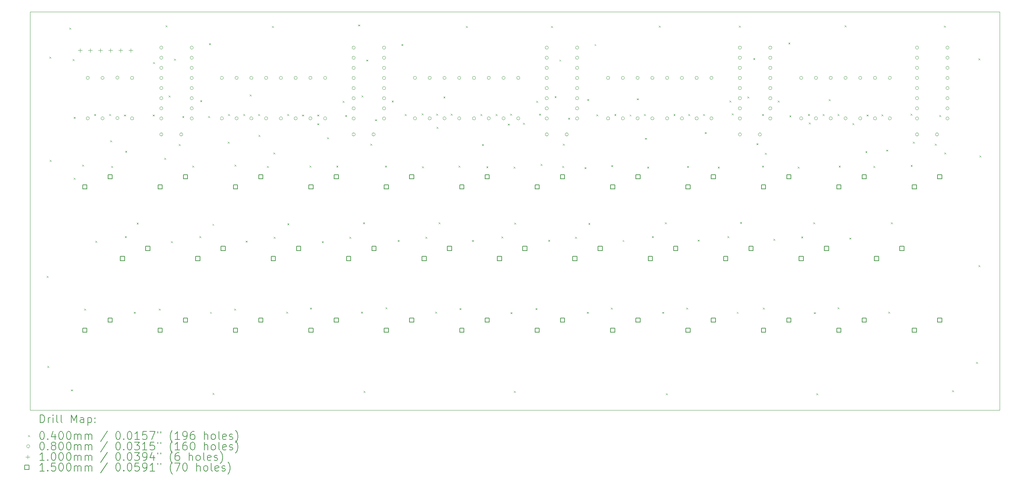
<source format=gbr>
%TF.GenerationSoftware,KiCad,Pcbnew,7.0.7-7.0.7~ubuntu22.04.1*%
%TF.CreationDate,2023-09-21T20:26:42+02:00*%
%TF.ProjectId,ek_right_hand_35_buttons,656b5f72-6967-4687-945f-68616e645f33,1.0*%
%TF.SameCoordinates,Original*%
%TF.FileFunction,Drillmap*%
%TF.FilePolarity,Positive*%
%FSLAX45Y45*%
G04 Gerber Fmt 4.5, Leading zero omitted, Abs format (unit mm)*
G04 Created by KiCad (PCBNEW 7.0.7-7.0.7~ubuntu22.04.1) date 2023-09-21 20:26:42*
%MOMM*%
%LPD*%
G01*
G04 APERTURE LIST*
%ADD10C,0.100000*%
%ADD11C,0.200000*%
%ADD12C,0.040000*%
%ADD13C,0.080000*%
%ADD14C,0.150000*%
G04 APERTURE END LIST*
D10*
X2213000Y-2900000D02*
X26513000Y-2900000D01*
X26513000Y-12900000D01*
X2213000Y-12900000D01*
X2213000Y-2900000D01*
D11*
D12*
X2630000Y-9530000D02*
X2670000Y-9570000D01*
X2670000Y-9530000D02*
X2630000Y-9570000D01*
X2650000Y-11790000D02*
X2690000Y-11830000D01*
X2690000Y-11790000D02*
X2650000Y-11830000D01*
X2700000Y-4030000D02*
X2740000Y-4070000D01*
X2740000Y-4030000D02*
X2700000Y-4070000D01*
X2710000Y-6620000D02*
X2750000Y-6660000D01*
X2750000Y-6620000D02*
X2710000Y-6660000D01*
X3200000Y-3300000D02*
X3240000Y-3340000D01*
X3240000Y-3300000D02*
X3200000Y-3340000D01*
X3240000Y-12380000D02*
X3280000Y-12420000D01*
X3280000Y-12380000D02*
X3240000Y-12420000D01*
X3280000Y-4090000D02*
X3320000Y-4130000D01*
X3320000Y-4090000D02*
X3280000Y-4130000D01*
X3308500Y-5540000D02*
X3348500Y-5580000D01*
X3348500Y-5540000D02*
X3308500Y-5580000D01*
X3310000Y-7070000D02*
X3350000Y-7110000D01*
X3350000Y-7070000D02*
X3310000Y-7110000D01*
X3520000Y-6740000D02*
X3560000Y-6780000D01*
X3560000Y-6740000D02*
X3520000Y-6780000D01*
X3570000Y-10350000D02*
X3610000Y-10390000D01*
X3610000Y-10350000D02*
X3570000Y-10390000D01*
X3820000Y-5470000D02*
X3860000Y-5510000D01*
X3860000Y-5470000D02*
X3820000Y-5510000D01*
X3850000Y-8650000D02*
X3890000Y-8690000D01*
X3890000Y-8650000D02*
X3850000Y-8690000D01*
X4200000Y-5470000D02*
X4240000Y-5510000D01*
X4240000Y-5470000D02*
X4200000Y-5510000D01*
X4220000Y-6130000D02*
X4260000Y-6170000D01*
X4260000Y-6130000D02*
X4220000Y-6170000D01*
X4250000Y-6770000D02*
X4290000Y-6810000D01*
X4290000Y-6770000D02*
X4250000Y-6810000D01*
X4570000Y-5480000D02*
X4610000Y-5520000D01*
X4610000Y-5480000D02*
X4570000Y-5520000D01*
X4590000Y-8530000D02*
X4630000Y-8570000D01*
X4630000Y-8530000D02*
X4590000Y-8570000D01*
X4600000Y-6390000D02*
X4640000Y-6430000D01*
X4640000Y-6390000D02*
X4600000Y-6430000D01*
X4818023Y-10432680D02*
X4858023Y-10472680D01*
X4858023Y-10432680D02*
X4818023Y-10472680D01*
X4888000Y-8192000D02*
X4928000Y-8232000D01*
X4928000Y-8192000D02*
X4888000Y-8232000D01*
X5290000Y-5480000D02*
X5330000Y-5520000D01*
X5330000Y-5480000D02*
X5290000Y-5520000D01*
X5300000Y-4165000D02*
X5340000Y-4205000D01*
X5340000Y-4165000D02*
X5300000Y-4205000D01*
X5440000Y-10350000D02*
X5480000Y-10390000D01*
X5480000Y-10350000D02*
X5440000Y-10390000D01*
X5580000Y-6570000D02*
X5620000Y-6610000D01*
X5620000Y-6570000D02*
X5580000Y-6610000D01*
X5610000Y-3240000D02*
X5650000Y-3280000D01*
X5650000Y-3240000D02*
X5610000Y-3280000D01*
X5690000Y-5000000D02*
X5730000Y-5040000D01*
X5730000Y-5000000D02*
X5690000Y-5040000D01*
X5745293Y-8656796D02*
X5785293Y-8696796D01*
X5785293Y-8656796D02*
X5745293Y-8696796D01*
X5820000Y-4080000D02*
X5860000Y-4120000D01*
X5860000Y-4080000D02*
X5820000Y-4120000D01*
X5940000Y-6220000D02*
X5980000Y-6260000D01*
X5980000Y-6220000D02*
X5940000Y-6260000D01*
X6030000Y-5520000D02*
X6070000Y-5560000D01*
X6070000Y-5520000D02*
X6030000Y-5560000D01*
X6280000Y-6760000D02*
X6320000Y-6800000D01*
X6320000Y-6760000D02*
X6280000Y-6800000D01*
X6460000Y-8530000D02*
X6500000Y-8570000D01*
X6500000Y-8530000D02*
X6460000Y-8570000D01*
X6480000Y-5120000D02*
X6520000Y-5160000D01*
X6520000Y-5120000D02*
X6480000Y-5160000D01*
X6680000Y-5520000D02*
X6720000Y-5560000D01*
X6720000Y-5520000D02*
X6680000Y-5560000D01*
X6700000Y-3690000D02*
X6740000Y-3730000D01*
X6740000Y-3690000D02*
X6700000Y-3730000D01*
X6723891Y-10432680D02*
X6763891Y-10472680D01*
X6763891Y-10432680D02*
X6723891Y-10472680D01*
X6784000Y-8224000D02*
X6824000Y-8264000D01*
X6824000Y-8224000D02*
X6784000Y-8264000D01*
X6790000Y-12470000D02*
X6830000Y-12510000D01*
X6830000Y-12470000D02*
X6790000Y-12510000D01*
X7170000Y-6160000D02*
X7210000Y-6200000D01*
X7210000Y-6160000D02*
X7170000Y-6200000D01*
X7180000Y-5470000D02*
X7220000Y-5510000D01*
X7220000Y-5470000D02*
X7180000Y-5510000D01*
X7330000Y-10350000D02*
X7370000Y-10390000D01*
X7370000Y-10350000D02*
X7330000Y-10390000D01*
X7340000Y-6740000D02*
X7380000Y-6780000D01*
X7380000Y-6740000D02*
X7340000Y-6780000D01*
X7560000Y-5470000D02*
X7600000Y-5510000D01*
X7600000Y-5470000D02*
X7560000Y-5510000D01*
X7614916Y-8647690D02*
X7654916Y-8687690D01*
X7654916Y-8647690D02*
X7614916Y-8687690D01*
X7720000Y-4975000D02*
X7760000Y-5015000D01*
X7760000Y-4975000D02*
X7720000Y-5015000D01*
X7930000Y-5470000D02*
X7970000Y-5510000D01*
X7970000Y-5470000D02*
X7930000Y-5510000D01*
X7940000Y-5990000D02*
X7980000Y-6030000D01*
X7980000Y-5990000D02*
X7940000Y-6030000D01*
X8150000Y-6770000D02*
X8190000Y-6810000D01*
X8190000Y-6770000D02*
X8150000Y-6810000D01*
X8280000Y-3260000D02*
X8320000Y-3300000D01*
X8320000Y-3260000D02*
X8280000Y-3300000D01*
X8310000Y-6430000D02*
X8350000Y-6470000D01*
X8350000Y-6430000D02*
X8310000Y-6470000D01*
X8320000Y-8550000D02*
X8360000Y-8590000D01*
X8360000Y-8550000D02*
X8320000Y-8590000D01*
X8630853Y-10427216D02*
X8670853Y-10467216D01*
X8670853Y-10427216D02*
X8630853Y-10467216D01*
X8660000Y-5470000D02*
X8700000Y-5510000D01*
X8700000Y-5470000D02*
X8660000Y-5510000D01*
X8664218Y-8210782D02*
X8704218Y-8250782D01*
X8704218Y-8210782D02*
X8664218Y-8250782D01*
X9030000Y-5480000D02*
X9070000Y-5520000D01*
X9070000Y-5480000D02*
X9030000Y-5520000D01*
X9220000Y-6760000D02*
X9260000Y-6800000D01*
X9260000Y-6760000D02*
X9220000Y-6800000D01*
X9230000Y-10330000D02*
X9270000Y-10370000D01*
X9270000Y-10330000D02*
X9230000Y-10370000D01*
X9410000Y-5480000D02*
X9450000Y-5520000D01*
X9450000Y-5480000D02*
X9410000Y-5520000D01*
X9410000Y-5700000D02*
X9450000Y-5740000D01*
X9450000Y-5700000D02*
X9410000Y-5740000D01*
X9526431Y-8661350D02*
X9566431Y-8701350D01*
X9566431Y-8661350D02*
X9526431Y-8701350D01*
X9660000Y-6050000D02*
X9700000Y-6090000D01*
X9700000Y-6050000D02*
X9660000Y-6090000D01*
X9890000Y-6760000D02*
X9930000Y-6800000D01*
X9930000Y-6760000D02*
X9890000Y-6800000D01*
X10050000Y-5140000D02*
X10090000Y-5180000D01*
X10090000Y-5140000D02*
X10050000Y-5180000D01*
X10110000Y-5490000D02*
X10150000Y-5530000D01*
X10150000Y-5490000D02*
X10110000Y-5530000D01*
X10220000Y-8550000D02*
X10260000Y-8590000D01*
X10260000Y-8550000D02*
X10220000Y-8590000D01*
X10440000Y-3220000D02*
X10480000Y-3260000D01*
X10480000Y-3220000D02*
X10440000Y-3260000D01*
X10510000Y-10430000D02*
X10550000Y-10470000D01*
X10550000Y-10430000D02*
X10510000Y-10470000D01*
X10520000Y-5000000D02*
X10560000Y-5040000D01*
X10560000Y-5000000D02*
X10520000Y-5040000D01*
X10559000Y-8184000D02*
X10599000Y-8224000D01*
X10599000Y-8184000D02*
X10559000Y-8224000D01*
X10570000Y-12420000D02*
X10610000Y-12460000D01*
X10610000Y-12420000D02*
X10570000Y-12460000D01*
X10640000Y-4100000D02*
X10680000Y-4140000D01*
X10680000Y-4100000D02*
X10640000Y-4140000D01*
X10740000Y-6210000D02*
X10780000Y-6250000D01*
X10780000Y-6210000D02*
X10740000Y-6250000D01*
X10860000Y-5600000D02*
X10900000Y-5640000D01*
X10900000Y-5600000D02*
X10860000Y-5640000D01*
X11110000Y-6760000D02*
X11150000Y-6800000D01*
X11150000Y-6760000D02*
X11110000Y-6800000D01*
X11120000Y-10320000D02*
X11160000Y-10360000D01*
X11160000Y-10320000D02*
X11120000Y-10360000D01*
X11280000Y-5130000D02*
X11320000Y-5170000D01*
X11320000Y-5130000D02*
X11280000Y-5170000D01*
X11428840Y-8629476D02*
X11468840Y-8669476D01*
X11468840Y-8629476D02*
X11428840Y-8669476D01*
X11520000Y-3710000D02*
X11560000Y-3750000D01*
X11560000Y-3710000D02*
X11520000Y-3750000D01*
X11605000Y-5465000D02*
X11645000Y-5505000D01*
X11645000Y-5465000D02*
X11605000Y-5505000D01*
X12030000Y-5450000D02*
X12070000Y-5490000D01*
X12070000Y-5450000D02*
X12030000Y-5490000D01*
X12040000Y-6780000D02*
X12080000Y-6820000D01*
X12080000Y-6780000D02*
X12040000Y-6820000D01*
X12120000Y-8550000D02*
X12160000Y-8590000D01*
X12160000Y-8550000D02*
X12120000Y-8590000D01*
X12370000Y-10430000D02*
X12410000Y-10470000D01*
X12410000Y-10430000D02*
X12370000Y-10470000D01*
X12390000Y-5460000D02*
X12430000Y-5500000D01*
X12430000Y-5460000D02*
X12390000Y-5500000D01*
X12400000Y-5790000D02*
X12440000Y-5830000D01*
X12440000Y-5790000D02*
X12400000Y-5830000D01*
X12452000Y-8187000D02*
X12492000Y-8227000D01*
X12492000Y-8187000D02*
X12452000Y-8227000D01*
X12575000Y-5025000D02*
X12615000Y-5065000D01*
X12615000Y-5025000D02*
X12575000Y-5065000D01*
X12760000Y-5460000D02*
X12800000Y-5500000D01*
X12800000Y-5460000D02*
X12760000Y-5500000D01*
X12950000Y-6760000D02*
X12990000Y-6800000D01*
X12990000Y-6760000D02*
X12950000Y-6800000D01*
X12980000Y-10340000D02*
X13020000Y-10380000D01*
X13020000Y-10340000D02*
X12980000Y-10380000D01*
X13140000Y-3260000D02*
X13180000Y-3300000D01*
X13180000Y-3260000D02*
X13140000Y-3300000D01*
X13291178Y-8629476D02*
X13331178Y-8669476D01*
X13331178Y-8629476D02*
X13291178Y-8669476D01*
X13500000Y-5470000D02*
X13540000Y-5510000D01*
X13540000Y-5470000D02*
X13500000Y-5510000D01*
X13540000Y-6220000D02*
X13580000Y-6260000D01*
X13580000Y-6220000D02*
X13540000Y-6260000D01*
X13650000Y-6780000D02*
X13690000Y-6820000D01*
X13690000Y-6780000D02*
X13650000Y-6820000D01*
X13880000Y-5470000D02*
X13920000Y-5510000D01*
X13920000Y-5470000D02*
X13880000Y-5510000D01*
X14030000Y-8540000D02*
X14070000Y-8580000D01*
X14070000Y-8540000D02*
X14030000Y-8580000D01*
X14190000Y-5710000D02*
X14230000Y-5750000D01*
X14230000Y-5710000D02*
X14190000Y-5750000D01*
X14250000Y-5460000D02*
X14290000Y-5500000D01*
X14290000Y-5460000D02*
X14250000Y-5500000D01*
X14253318Y-10441674D02*
X14293318Y-10481674D01*
X14293318Y-10441674D02*
X14253318Y-10481674D01*
X14330000Y-6790000D02*
X14370000Y-6830000D01*
X14370000Y-6790000D02*
X14330000Y-6830000D01*
X14340000Y-12420000D02*
X14380000Y-12460000D01*
X14380000Y-12420000D02*
X14340000Y-12460000D01*
X14347000Y-8192000D02*
X14387000Y-8232000D01*
X14387000Y-8192000D02*
X14347000Y-8232000D01*
X14570000Y-5690000D02*
X14610000Y-5730000D01*
X14610000Y-5690000D02*
X14570000Y-5730000D01*
X14880000Y-10340000D02*
X14920000Y-10380000D01*
X14920000Y-10340000D02*
X14880000Y-10380000D01*
X14900000Y-5140000D02*
X14940000Y-5180000D01*
X14940000Y-5140000D02*
X14900000Y-5180000D01*
X14970000Y-5460000D02*
X15010000Y-5500000D01*
X15010000Y-5460000D02*
X14970000Y-5500000D01*
X15010000Y-6720000D02*
X15050000Y-6760000D01*
X15050000Y-6720000D02*
X15010000Y-6760000D01*
X15199961Y-8624923D02*
X15239961Y-8664923D01*
X15239961Y-8624923D02*
X15199961Y-8664923D01*
X15270000Y-3260000D02*
X15310000Y-3300000D01*
X15310000Y-3260000D02*
X15270000Y-3300000D01*
X15360000Y-5020000D02*
X15400000Y-5060000D01*
X15400000Y-5020000D02*
X15360000Y-5060000D01*
X15480000Y-4100000D02*
X15520000Y-4140000D01*
X15520000Y-4100000D02*
X15480000Y-4140000D01*
X15550000Y-6770000D02*
X15590000Y-6810000D01*
X15590000Y-6770000D02*
X15550000Y-6810000D01*
X15570000Y-6210000D02*
X15610000Y-6250000D01*
X15610000Y-6210000D02*
X15570000Y-6250000D01*
X15700000Y-5560000D02*
X15740000Y-5600000D01*
X15740000Y-5560000D02*
X15700000Y-5600000D01*
X15870000Y-8550000D02*
X15910000Y-8590000D01*
X15910000Y-8550000D02*
X15870000Y-8590000D01*
X16110000Y-6800000D02*
X16150000Y-6840000D01*
X16150000Y-6800000D02*
X16110000Y-6840000D01*
X16170028Y-10432232D02*
X16210028Y-10472232D01*
X16210028Y-10432232D02*
X16170028Y-10472232D01*
X16180000Y-5090000D02*
X16220000Y-5130000D01*
X16220000Y-5090000D02*
X16180000Y-5130000D01*
X16207500Y-8202500D02*
X16247500Y-8242500D01*
X16247500Y-8202500D02*
X16207500Y-8242500D01*
X16360000Y-3710000D02*
X16400000Y-3750000D01*
X16400000Y-3710000D02*
X16360000Y-3750000D01*
X16405000Y-5475000D02*
X16445000Y-5515000D01*
X16445000Y-5475000D02*
X16405000Y-5515000D01*
X16770000Y-10330000D02*
X16810000Y-10370000D01*
X16810000Y-10330000D02*
X16770000Y-10370000D01*
X16780000Y-6750000D02*
X16820000Y-6790000D01*
X16820000Y-6750000D02*
X16780000Y-6790000D01*
X16860000Y-5470000D02*
X16900000Y-5510000D01*
X16900000Y-5470000D02*
X16860000Y-5510000D01*
X17062299Y-8629476D02*
X17102299Y-8669476D01*
X17102299Y-8629476D02*
X17062299Y-8669476D01*
X17240000Y-5480000D02*
X17280000Y-5520000D01*
X17280000Y-5480000D02*
X17240000Y-5520000D01*
X17420000Y-5075000D02*
X17460000Y-5115000D01*
X17460000Y-5075000D02*
X17420000Y-5115000D01*
X17600000Y-5470000D02*
X17640000Y-5510000D01*
X17640000Y-5470000D02*
X17600000Y-5510000D01*
X17625000Y-6065000D02*
X17665000Y-6105000D01*
X17665000Y-6065000D02*
X17625000Y-6105000D01*
X17680000Y-6790000D02*
X17720000Y-6830000D01*
X17720000Y-6790000D02*
X17680000Y-6830000D01*
X17800000Y-8530000D02*
X17840000Y-8570000D01*
X17840000Y-8530000D02*
X17800000Y-8570000D01*
X17970000Y-3250000D02*
X18010000Y-3290000D01*
X18010000Y-3250000D02*
X17970000Y-3290000D01*
X18054635Y-10432232D02*
X18094635Y-10472232D01*
X18094635Y-10432232D02*
X18054635Y-10472232D01*
X18123000Y-8184000D02*
X18163000Y-8224000D01*
X18163000Y-8184000D02*
X18123000Y-8224000D01*
X18150000Y-12480000D02*
X18190000Y-12520000D01*
X18190000Y-12480000D02*
X18150000Y-12520000D01*
X18340000Y-5470000D02*
X18380000Y-5510000D01*
X18380000Y-5470000D02*
X18340000Y-5510000D01*
X18660000Y-10330000D02*
X18700000Y-10370000D01*
X18700000Y-10330000D02*
X18660000Y-10370000D01*
X18680000Y-6770000D02*
X18720000Y-6810000D01*
X18720000Y-6770000D02*
X18680000Y-6810000D01*
X18710000Y-5470000D02*
X18750000Y-5510000D01*
X18750000Y-5470000D02*
X18710000Y-5510000D01*
X18945583Y-8620369D02*
X18985583Y-8660369D01*
X18985583Y-8620369D02*
X18945583Y-8660369D01*
X19080000Y-5470000D02*
X19120000Y-5510000D01*
X19120000Y-5470000D02*
X19080000Y-5510000D01*
X19125000Y-5920000D02*
X19165000Y-5960000D01*
X19165000Y-5920000D02*
X19125000Y-5960000D01*
X19450000Y-6790000D02*
X19490000Y-6830000D01*
X19490000Y-6790000D02*
X19450000Y-6830000D01*
X19690000Y-8530000D02*
X19730000Y-8570000D01*
X19730000Y-8530000D02*
X19690000Y-8570000D01*
X19740000Y-5130000D02*
X19780000Y-5170000D01*
X19780000Y-5130000D02*
X19740000Y-5170000D01*
X19800000Y-5450000D02*
X19840000Y-5490000D01*
X19840000Y-5450000D02*
X19800000Y-5490000D01*
X19924135Y-10432232D02*
X19964135Y-10472232D01*
X19964135Y-10432232D02*
X19924135Y-10472232D01*
X19980000Y-3250000D02*
X20020000Y-3290000D01*
X20020000Y-3250000D02*
X19980000Y-3290000D01*
X20008000Y-8176000D02*
X20048000Y-8216000D01*
X20048000Y-8176000D02*
X20008000Y-8216000D01*
X20190000Y-5030000D02*
X20230000Y-5070000D01*
X20230000Y-5030000D02*
X20190000Y-5070000D01*
X20340000Y-4060000D02*
X20380000Y-4100000D01*
X20380000Y-4060000D02*
X20340000Y-4100000D01*
X20420000Y-6200000D02*
X20460000Y-6240000D01*
X20460000Y-6200000D02*
X20420000Y-6240000D01*
X20560000Y-5470000D02*
X20600000Y-5510000D01*
X20600000Y-5470000D02*
X20560000Y-5510000D01*
X20560000Y-6760000D02*
X20600000Y-6800000D01*
X20600000Y-6760000D02*
X20560000Y-6800000D01*
X20580000Y-10330000D02*
X20620000Y-10370000D01*
X20620000Y-10330000D02*
X20580000Y-10370000D01*
X20630000Y-6440000D02*
X20670000Y-6480000D01*
X20670000Y-6440000D02*
X20630000Y-6480000D01*
X20840000Y-8600000D02*
X20880000Y-8640000D01*
X20880000Y-8600000D02*
X20840000Y-8640000D01*
X20950000Y-5130000D02*
X20990000Y-5170000D01*
X20990000Y-5130000D02*
X20950000Y-5170000D01*
X21220000Y-3670000D02*
X21260000Y-3710000D01*
X21260000Y-3670000D02*
X21220000Y-3710000D01*
X21245000Y-5500000D02*
X21285000Y-5540000D01*
X21285000Y-5500000D02*
X21245000Y-5540000D01*
X21450000Y-6790000D02*
X21490000Y-6830000D01*
X21490000Y-6790000D02*
X21450000Y-6830000D01*
X21540000Y-8540000D02*
X21580000Y-8580000D01*
X21580000Y-8540000D02*
X21540000Y-8580000D01*
X21710000Y-5470000D02*
X21750000Y-5510000D01*
X21750000Y-5470000D02*
X21710000Y-5510000D01*
X21730000Y-5680000D02*
X21770000Y-5720000D01*
X21770000Y-5680000D02*
X21730000Y-5720000D01*
X21840000Y-8185000D02*
X21880000Y-8225000D01*
X21880000Y-8185000D02*
X21840000Y-8225000D01*
X21859728Y-10441674D02*
X21899728Y-10481674D01*
X21899728Y-10441674D02*
X21859728Y-10481674D01*
X21920000Y-12480000D02*
X21960000Y-12520000D01*
X21960000Y-12480000D02*
X21920000Y-12520000D01*
X22080000Y-5470000D02*
X22120000Y-5510000D01*
X22120000Y-5470000D02*
X22080000Y-5510000D01*
X22230000Y-5095000D02*
X22270000Y-5135000D01*
X22270000Y-5095000D02*
X22230000Y-5135000D01*
X22450000Y-5470000D02*
X22490000Y-5510000D01*
X22490000Y-5470000D02*
X22450000Y-5510000D01*
X22450000Y-10320000D02*
X22490000Y-10360000D01*
X22490000Y-10320000D02*
X22450000Y-10360000D01*
X22480000Y-6760000D02*
X22520000Y-6800000D01*
X22520000Y-6760000D02*
X22480000Y-6800000D01*
X22630000Y-3240000D02*
X22670000Y-3280000D01*
X22670000Y-3240000D02*
X22630000Y-3280000D01*
X22750000Y-8570000D02*
X22790000Y-8610000D01*
X22790000Y-8570000D02*
X22750000Y-8610000D01*
X22825000Y-5695000D02*
X22865000Y-5735000D01*
X22865000Y-5695000D02*
X22825000Y-5735000D01*
X23150000Y-6400000D02*
X23190000Y-6440000D01*
X23190000Y-6400000D02*
X23150000Y-6440000D01*
X23180000Y-5480000D02*
X23220000Y-5520000D01*
X23220000Y-5480000D02*
X23180000Y-5520000D01*
X23350000Y-6770000D02*
X23390000Y-6810000D01*
X23390000Y-6770000D02*
X23350000Y-6810000D01*
X23550000Y-5475000D02*
X23590000Y-5515000D01*
X23590000Y-5475000D02*
X23550000Y-5515000D01*
X23670000Y-6360000D02*
X23710000Y-6400000D01*
X23710000Y-6360000D02*
X23670000Y-6400000D01*
X23720000Y-10430000D02*
X23760000Y-10470000D01*
X23760000Y-10430000D02*
X23720000Y-10470000D01*
X23791500Y-8187500D02*
X23831500Y-8227500D01*
X23831500Y-8187500D02*
X23791500Y-8227500D01*
X24280000Y-5460000D02*
X24320000Y-5500000D01*
X24320000Y-5460000D02*
X24280000Y-5500000D01*
X24285000Y-6745000D02*
X24325000Y-6785000D01*
X24325000Y-6745000D02*
X24285000Y-6785000D01*
X24340000Y-6160000D02*
X24380000Y-6200000D01*
X24380000Y-6160000D02*
X24340000Y-6200000D01*
X24890000Y-6210000D02*
X24930000Y-6250000D01*
X24930000Y-6210000D02*
X24890000Y-6250000D01*
X25000000Y-5490000D02*
X25040000Y-5530000D01*
X25040000Y-5490000D02*
X25000000Y-5530000D01*
X25120000Y-3250000D02*
X25160000Y-3290000D01*
X25160000Y-3250000D02*
X25120000Y-3290000D01*
X25125000Y-6435000D02*
X25165000Y-6475000D01*
X25165000Y-6435000D02*
X25125000Y-6475000D01*
X25320000Y-12400000D02*
X25360000Y-12440000D01*
X25360000Y-12400000D02*
X25320000Y-12440000D01*
X25920000Y-11690000D02*
X25960000Y-11730000D01*
X25960000Y-11690000D02*
X25920000Y-11730000D01*
X25980000Y-4070000D02*
X26020000Y-4110000D01*
X26020000Y-4070000D02*
X25980000Y-4110000D01*
X25980000Y-9260000D02*
X26020000Y-9300000D01*
X26020000Y-9260000D02*
X25980000Y-9300000D01*
X26010000Y-6510000D02*
X26050000Y-6550000D01*
X26050000Y-6510000D02*
X26010000Y-6550000D01*
D13*
X3700500Y-4559000D02*
G75*
G03*
X3700500Y-4559000I-40000J0D01*
G01*
X3700500Y-5575000D02*
G75*
G03*
X3700500Y-5575000I-40000J0D01*
G01*
X4070500Y-4559000D02*
G75*
G03*
X4070500Y-4559000I-40000J0D01*
G01*
X4070500Y-5575000D02*
G75*
G03*
X4070500Y-5575000I-40000J0D01*
G01*
X4443500Y-4553500D02*
G75*
G03*
X4443500Y-4553500I-40000J0D01*
G01*
X4443500Y-5569500D02*
G75*
G03*
X4443500Y-5569500I-40000J0D01*
G01*
X4810500Y-4559000D02*
G75*
G03*
X4810500Y-4559000I-40000J0D01*
G01*
X4810500Y-5575000D02*
G75*
G03*
X4810500Y-5575000I-40000J0D01*
G01*
X5543500Y-3801000D02*
G75*
G03*
X5543500Y-3801000I-40000J0D01*
G01*
X5543500Y-4055000D02*
G75*
G03*
X5543500Y-4055000I-40000J0D01*
G01*
X5543500Y-4309000D02*
G75*
G03*
X5543500Y-4309000I-40000J0D01*
G01*
X5543500Y-4563000D02*
G75*
G03*
X5543500Y-4563000I-40000J0D01*
G01*
X5543500Y-4817000D02*
G75*
G03*
X5543500Y-4817000I-40000J0D01*
G01*
X5543500Y-5071000D02*
G75*
G03*
X5543500Y-5071000I-40000J0D01*
G01*
X5543500Y-5325000D02*
G75*
G03*
X5543500Y-5325000I-40000J0D01*
G01*
X5543500Y-5579000D02*
G75*
G03*
X5543500Y-5579000I-40000J0D01*
G01*
X5543500Y-5979000D02*
G75*
G03*
X5543500Y-5979000I-40000J0D01*
G01*
X6043500Y-5979000D02*
G75*
G03*
X6043500Y-5979000I-40000J0D01*
G01*
X6305500Y-3801000D02*
G75*
G03*
X6305500Y-3801000I-40000J0D01*
G01*
X6305500Y-4055000D02*
G75*
G03*
X6305500Y-4055000I-40000J0D01*
G01*
X6305500Y-4309000D02*
G75*
G03*
X6305500Y-4309000I-40000J0D01*
G01*
X6305500Y-4563000D02*
G75*
G03*
X6305500Y-4563000I-40000J0D01*
G01*
X6305500Y-4817000D02*
G75*
G03*
X6305500Y-4817000I-40000J0D01*
G01*
X6305500Y-5071000D02*
G75*
G03*
X6305500Y-5071000I-40000J0D01*
G01*
X6305500Y-5325000D02*
G75*
G03*
X6305500Y-5325000I-40000J0D01*
G01*
X6305500Y-5579000D02*
G75*
G03*
X6305500Y-5579000I-40000J0D01*
G01*
X7060500Y-4559000D02*
G75*
G03*
X7060500Y-4559000I-40000J0D01*
G01*
X7060500Y-5575000D02*
G75*
G03*
X7060500Y-5575000I-40000J0D01*
G01*
X7430500Y-4559000D02*
G75*
G03*
X7430500Y-4559000I-40000J0D01*
G01*
X7430500Y-5575000D02*
G75*
G03*
X7430500Y-5575000I-40000J0D01*
G01*
X7800500Y-4559000D02*
G75*
G03*
X7800500Y-4559000I-40000J0D01*
G01*
X7800500Y-5575000D02*
G75*
G03*
X7800500Y-5575000I-40000J0D01*
G01*
X8170500Y-4559000D02*
G75*
G03*
X8170500Y-4559000I-40000J0D01*
G01*
X8170500Y-5575000D02*
G75*
G03*
X8170500Y-5575000I-40000J0D01*
G01*
X8540500Y-4559000D02*
G75*
G03*
X8540500Y-4559000I-40000J0D01*
G01*
X8540500Y-5575000D02*
G75*
G03*
X8540500Y-5575000I-40000J0D01*
G01*
X8910500Y-4559000D02*
G75*
G03*
X8910500Y-4559000I-40000J0D01*
G01*
X8910500Y-5575000D02*
G75*
G03*
X8910500Y-5575000I-40000J0D01*
G01*
X9280500Y-4559000D02*
G75*
G03*
X9280500Y-4559000I-40000J0D01*
G01*
X9280500Y-5575000D02*
G75*
G03*
X9280500Y-5575000I-40000J0D01*
G01*
X9650500Y-4559000D02*
G75*
G03*
X9650500Y-4559000I-40000J0D01*
G01*
X9650500Y-5575000D02*
G75*
G03*
X9650500Y-5575000I-40000J0D01*
G01*
X10363500Y-3801000D02*
G75*
G03*
X10363500Y-3801000I-40000J0D01*
G01*
X10363500Y-4055000D02*
G75*
G03*
X10363500Y-4055000I-40000J0D01*
G01*
X10363500Y-4309000D02*
G75*
G03*
X10363500Y-4309000I-40000J0D01*
G01*
X10363500Y-4563000D02*
G75*
G03*
X10363500Y-4563000I-40000J0D01*
G01*
X10363500Y-4817000D02*
G75*
G03*
X10363500Y-4817000I-40000J0D01*
G01*
X10363500Y-5071000D02*
G75*
G03*
X10363500Y-5071000I-40000J0D01*
G01*
X10363500Y-5325000D02*
G75*
G03*
X10363500Y-5325000I-40000J0D01*
G01*
X10363500Y-5579000D02*
G75*
G03*
X10363500Y-5579000I-40000J0D01*
G01*
X10363500Y-5979000D02*
G75*
G03*
X10363500Y-5979000I-40000J0D01*
G01*
X10863500Y-5979000D02*
G75*
G03*
X10863500Y-5979000I-40000J0D01*
G01*
X11125500Y-3801000D02*
G75*
G03*
X11125500Y-3801000I-40000J0D01*
G01*
X11125500Y-4055000D02*
G75*
G03*
X11125500Y-4055000I-40000J0D01*
G01*
X11125500Y-4309000D02*
G75*
G03*
X11125500Y-4309000I-40000J0D01*
G01*
X11125500Y-4563000D02*
G75*
G03*
X11125500Y-4563000I-40000J0D01*
G01*
X11125500Y-4817000D02*
G75*
G03*
X11125500Y-4817000I-40000J0D01*
G01*
X11125500Y-5071000D02*
G75*
G03*
X11125500Y-5071000I-40000J0D01*
G01*
X11125500Y-5325000D02*
G75*
G03*
X11125500Y-5325000I-40000J0D01*
G01*
X11125500Y-5579000D02*
G75*
G03*
X11125500Y-5579000I-40000J0D01*
G01*
X11900500Y-4559000D02*
G75*
G03*
X11900500Y-4559000I-40000J0D01*
G01*
X11900500Y-5575000D02*
G75*
G03*
X11900500Y-5575000I-40000J0D01*
G01*
X12270500Y-4559000D02*
G75*
G03*
X12270500Y-4559000I-40000J0D01*
G01*
X12270500Y-5575000D02*
G75*
G03*
X12270500Y-5575000I-40000J0D01*
G01*
X12640500Y-4559000D02*
G75*
G03*
X12640500Y-4559000I-40000J0D01*
G01*
X12640500Y-5575000D02*
G75*
G03*
X12640500Y-5575000I-40000J0D01*
G01*
X13010500Y-4559000D02*
G75*
G03*
X13010500Y-4559000I-40000J0D01*
G01*
X13010500Y-5575000D02*
G75*
G03*
X13010500Y-5575000I-40000J0D01*
G01*
X13380500Y-4559000D02*
G75*
G03*
X13380500Y-4559000I-40000J0D01*
G01*
X13380500Y-5575000D02*
G75*
G03*
X13380500Y-5575000I-40000J0D01*
G01*
X13750500Y-4559000D02*
G75*
G03*
X13750500Y-4559000I-40000J0D01*
G01*
X13750500Y-5575000D02*
G75*
G03*
X13750500Y-5575000I-40000J0D01*
G01*
X14120500Y-4559000D02*
G75*
G03*
X14120500Y-4559000I-40000J0D01*
G01*
X14120500Y-5575000D02*
G75*
G03*
X14120500Y-5575000I-40000J0D01*
G01*
X14490500Y-4559000D02*
G75*
G03*
X14490500Y-4559000I-40000J0D01*
G01*
X14490500Y-5575000D02*
G75*
G03*
X14490500Y-5575000I-40000J0D01*
G01*
X15203500Y-3801000D02*
G75*
G03*
X15203500Y-3801000I-40000J0D01*
G01*
X15203500Y-4055000D02*
G75*
G03*
X15203500Y-4055000I-40000J0D01*
G01*
X15203500Y-4309000D02*
G75*
G03*
X15203500Y-4309000I-40000J0D01*
G01*
X15203500Y-4563000D02*
G75*
G03*
X15203500Y-4563000I-40000J0D01*
G01*
X15203500Y-4817000D02*
G75*
G03*
X15203500Y-4817000I-40000J0D01*
G01*
X15203500Y-5071000D02*
G75*
G03*
X15203500Y-5071000I-40000J0D01*
G01*
X15203500Y-5325000D02*
G75*
G03*
X15203500Y-5325000I-40000J0D01*
G01*
X15203500Y-5579000D02*
G75*
G03*
X15203500Y-5579000I-40000J0D01*
G01*
X15203500Y-5979000D02*
G75*
G03*
X15203500Y-5979000I-40000J0D01*
G01*
X15703500Y-5979000D02*
G75*
G03*
X15703500Y-5979000I-40000J0D01*
G01*
X15965500Y-3801000D02*
G75*
G03*
X15965500Y-3801000I-40000J0D01*
G01*
X15965500Y-4055000D02*
G75*
G03*
X15965500Y-4055000I-40000J0D01*
G01*
X15965500Y-4309000D02*
G75*
G03*
X15965500Y-4309000I-40000J0D01*
G01*
X15965500Y-4563000D02*
G75*
G03*
X15965500Y-4563000I-40000J0D01*
G01*
X15965500Y-4817000D02*
G75*
G03*
X15965500Y-4817000I-40000J0D01*
G01*
X15965500Y-5071000D02*
G75*
G03*
X15965500Y-5071000I-40000J0D01*
G01*
X15965500Y-5325000D02*
G75*
G03*
X15965500Y-5325000I-40000J0D01*
G01*
X15965500Y-5579000D02*
G75*
G03*
X15965500Y-5579000I-40000J0D01*
G01*
X16740500Y-4559000D02*
G75*
G03*
X16740500Y-4559000I-40000J0D01*
G01*
X16740500Y-5575000D02*
G75*
G03*
X16740500Y-5575000I-40000J0D01*
G01*
X17110500Y-4559000D02*
G75*
G03*
X17110500Y-4559000I-40000J0D01*
G01*
X17110500Y-5575000D02*
G75*
G03*
X17110500Y-5575000I-40000J0D01*
G01*
X17480500Y-4559000D02*
G75*
G03*
X17480500Y-4559000I-40000J0D01*
G01*
X17480500Y-5575000D02*
G75*
G03*
X17480500Y-5575000I-40000J0D01*
G01*
X17850500Y-4559000D02*
G75*
G03*
X17850500Y-4559000I-40000J0D01*
G01*
X17850500Y-5575000D02*
G75*
G03*
X17850500Y-5575000I-40000J0D01*
G01*
X18220500Y-4559000D02*
G75*
G03*
X18220500Y-4559000I-40000J0D01*
G01*
X18220500Y-5575000D02*
G75*
G03*
X18220500Y-5575000I-40000J0D01*
G01*
X18590500Y-4559000D02*
G75*
G03*
X18590500Y-4559000I-40000J0D01*
G01*
X18590500Y-5575000D02*
G75*
G03*
X18590500Y-5575000I-40000J0D01*
G01*
X18960500Y-4559000D02*
G75*
G03*
X18960500Y-4559000I-40000J0D01*
G01*
X18960500Y-5575000D02*
G75*
G03*
X18960500Y-5575000I-40000J0D01*
G01*
X19330500Y-4559000D02*
G75*
G03*
X19330500Y-4559000I-40000J0D01*
G01*
X19330500Y-5575000D02*
G75*
G03*
X19330500Y-5575000I-40000J0D01*
G01*
X20043500Y-3801000D02*
G75*
G03*
X20043500Y-3801000I-40000J0D01*
G01*
X20043500Y-4055000D02*
G75*
G03*
X20043500Y-4055000I-40000J0D01*
G01*
X20043500Y-4309000D02*
G75*
G03*
X20043500Y-4309000I-40000J0D01*
G01*
X20043500Y-4563000D02*
G75*
G03*
X20043500Y-4563000I-40000J0D01*
G01*
X20043500Y-4817000D02*
G75*
G03*
X20043500Y-4817000I-40000J0D01*
G01*
X20043500Y-5071000D02*
G75*
G03*
X20043500Y-5071000I-40000J0D01*
G01*
X20043500Y-5325000D02*
G75*
G03*
X20043500Y-5325000I-40000J0D01*
G01*
X20043500Y-5579000D02*
G75*
G03*
X20043500Y-5579000I-40000J0D01*
G01*
X20043500Y-5979000D02*
G75*
G03*
X20043500Y-5979000I-40000J0D01*
G01*
X20543500Y-5979000D02*
G75*
G03*
X20543500Y-5979000I-40000J0D01*
G01*
X20805500Y-3801000D02*
G75*
G03*
X20805500Y-3801000I-40000J0D01*
G01*
X20805500Y-4055000D02*
G75*
G03*
X20805500Y-4055000I-40000J0D01*
G01*
X20805500Y-4309000D02*
G75*
G03*
X20805500Y-4309000I-40000J0D01*
G01*
X20805500Y-4563000D02*
G75*
G03*
X20805500Y-4563000I-40000J0D01*
G01*
X20805500Y-4817000D02*
G75*
G03*
X20805500Y-4817000I-40000J0D01*
G01*
X20805500Y-5071000D02*
G75*
G03*
X20805500Y-5071000I-40000J0D01*
G01*
X20805500Y-5325000D02*
G75*
G03*
X20805500Y-5325000I-40000J0D01*
G01*
X20805500Y-5579000D02*
G75*
G03*
X20805500Y-5579000I-40000J0D01*
G01*
X21580500Y-4559000D02*
G75*
G03*
X21580500Y-4559000I-40000J0D01*
G01*
X21580500Y-5575000D02*
G75*
G03*
X21580500Y-5575000I-40000J0D01*
G01*
X21950500Y-4559000D02*
G75*
G03*
X21950500Y-4559000I-40000J0D01*
G01*
X21950500Y-5575000D02*
G75*
G03*
X21950500Y-5575000I-40000J0D01*
G01*
X22320500Y-4559000D02*
G75*
G03*
X22320500Y-4559000I-40000J0D01*
G01*
X22320500Y-5575000D02*
G75*
G03*
X22320500Y-5575000I-40000J0D01*
G01*
X22690500Y-4559000D02*
G75*
G03*
X22690500Y-4559000I-40000J0D01*
G01*
X22690500Y-5575000D02*
G75*
G03*
X22690500Y-5575000I-40000J0D01*
G01*
X23060500Y-4559000D02*
G75*
G03*
X23060500Y-4559000I-40000J0D01*
G01*
X23060500Y-5575000D02*
G75*
G03*
X23060500Y-5575000I-40000J0D01*
G01*
X23430500Y-4559000D02*
G75*
G03*
X23430500Y-4559000I-40000J0D01*
G01*
X23430500Y-5575000D02*
G75*
G03*
X23430500Y-5575000I-40000J0D01*
G01*
X23800500Y-4559000D02*
G75*
G03*
X23800500Y-4559000I-40000J0D01*
G01*
X23800500Y-5575000D02*
G75*
G03*
X23800500Y-5575000I-40000J0D01*
G01*
X24483500Y-3801000D02*
G75*
G03*
X24483500Y-3801000I-40000J0D01*
G01*
X24483500Y-4055000D02*
G75*
G03*
X24483500Y-4055000I-40000J0D01*
G01*
X24483500Y-4309000D02*
G75*
G03*
X24483500Y-4309000I-40000J0D01*
G01*
X24483500Y-4563000D02*
G75*
G03*
X24483500Y-4563000I-40000J0D01*
G01*
X24483500Y-4817000D02*
G75*
G03*
X24483500Y-4817000I-40000J0D01*
G01*
X24483500Y-5071000D02*
G75*
G03*
X24483500Y-5071000I-40000J0D01*
G01*
X24483500Y-5325000D02*
G75*
G03*
X24483500Y-5325000I-40000J0D01*
G01*
X24483500Y-5579000D02*
G75*
G03*
X24483500Y-5579000I-40000J0D01*
G01*
X24483500Y-5979000D02*
G75*
G03*
X24483500Y-5979000I-40000J0D01*
G01*
X24983500Y-5979000D02*
G75*
G03*
X24983500Y-5979000I-40000J0D01*
G01*
X25245500Y-3801000D02*
G75*
G03*
X25245500Y-3801000I-40000J0D01*
G01*
X25245500Y-4055000D02*
G75*
G03*
X25245500Y-4055000I-40000J0D01*
G01*
X25245500Y-4309000D02*
G75*
G03*
X25245500Y-4309000I-40000J0D01*
G01*
X25245500Y-4563000D02*
G75*
G03*
X25245500Y-4563000I-40000J0D01*
G01*
X25245500Y-4817000D02*
G75*
G03*
X25245500Y-4817000I-40000J0D01*
G01*
X25245500Y-5071000D02*
G75*
G03*
X25245500Y-5071000I-40000J0D01*
G01*
X25245500Y-5325000D02*
G75*
G03*
X25245500Y-5325000I-40000J0D01*
G01*
X25245500Y-5579000D02*
G75*
G03*
X25245500Y-5579000I-40000J0D01*
G01*
D10*
X3467500Y-3820500D02*
X3467500Y-3920500D01*
X3417500Y-3870500D02*
X3517500Y-3870500D01*
X3721500Y-3820500D02*
X3721500Y-3920500D01*
X3671500Y-3870500D02*
X3771500Y-3870500D01*
X3975500Y-3820500D02*
X3975500Y-3920500D01*
X3925500Y-3870500D02*
X4025500Y-3870500D01*
X4229500Y-3820500D02*
X4229500Y-3920500D01*
X4179500Y-3870500D02*
X4279500Y-3870500D01*
X4483500Y-3820500D02*
X4483500Y-3920500D01*
X4433500Y-3870500D02*
X4533500Y-3870500D01*
X4737500Y-3820500D02*
X4737500Y-3920500D01*
X4687500Y-3870500D02*
X4787500Y-3870500D01*
D14*
X3637533Y-7346533D02*
X3637533Y-7240466D01*
X3531466Y-7240466D01*
X3531466Y-7346533D01*
X3637533Y-7346533D01*
X3637533Y-10946534D02*
X3637533Y-10840467D01*
X3531466Y-10840467D01*
X3531466Y-10946534D01*
X3637533Y-10946534D01*
X4272534Y-7092533D02*
X4272534Y-6986466D01*
X4166466Y-6986466D01*
X4166466Y-7092533D01*
X4272534Y-7092533D01*
X4272534Y-10692534D02*
X4272534Y-10586467D01*
X4166466Y-10586467D01*
X4166466Y-10692534D01*
X4272534Y-10692534D01*
X4582534Y-9146534D02*
X4582534Y-9040467D01*
X4476467Y-9040467D01*
X4476467Y-9146534D01*
X4582534Y-9146534D01*
X5217534Y-8892534D02*
X5217534Y-8786467D01*
X5111467Y-8786467D01*
X5111467Y-8892534D01*
X5217534Y-8892534D01*
X5527534Y-7346533D02*
X5527534Y-7240466D01*
X5421467Y-7240466D01*
X5421467Y-7346533D01*
X5527534Y-7346533D01*
X5527534Y-10946534D02*
X5527534Y-10840467D01*
X5421467Y-10840467D01*
X5421467Y-10946534D01*
X5527534Y-10946534D01*
X6162533Y-7092533D02*
X6162533Y-6986466D01*
X6056466Y-6986466D01*
X6056466Y-7092533D01*
X6162533Y-7092533D01*
X6162533Y-10692534D02*
X6162533Y-10586467D01*
X6056466Y-10586467D01*
X6056466Y-10692534D01*
X6162533Y-10692534D01*
X6472533Y-9146534D02*
X6472533Y-9040467D01*
X6366466Y-9040467D01*
X6366466Y-9146534D01*
X6472533Y-9146534D01*
X7107533Y-8892534D02*
X7107533Y-8786467D01*
X7001466Y-8786467D01*
X7001466Y-8892534D01*
X7107533Y-8892534D01*
X7417533Y-7346533D02*
X7417533Y-7240466D01*
X7311466Y-7240466D01*
X7311466Y-7346533D01*
X7417533Y-7346533D01*
X7417533Y-10946534D02*
X7417533Y-10840467D01*
X7311466Y-10840467D01*
X7311466Y-10946534D01*
X7417533Y-10946534D01*
X8052533Y-7092533D02*
X8052533Y-6986466D01*
X7946466Y-6986466D01*
X7946466Y-7092533D01*
X8052533Y-7092533D01*
X8052533Y-10692534D02*
X8052533Y-10586467D01*
X7946466Y-10586467D01*
X7946466Y-10692534D01*
X8052533Y-10692534D01*
X8362533Y-9146534D02*
X8362533Y-9040467D01*
X8256466Y-9040467D01*
X8256466Y-9146534D01*
X8362533Y-9146534D01*
X8997534Y-8892534D02*
X8997534Y-8786467D01*
X8891467Y-8786467D01*
X8891467Y-8892534D01*
X8997534Y-8892534D01*
X9307534Y-7346533D02*
X9307534Y-7240466D01*
X9201467Y-7240466D01*
X9201467Y-7346533D01*
X9307534Y-7346533D01*
X9307534Y-10946534D02*
X9307534Y-10840467D01*
X9201467Y-10840467D01*
X9201467Y-10946534D01*
X9307534Y-10946534D01*
X9942534Y-7092533D02*
X9942534Y-6986466D01*
X9836467Y-6986466D01*
X9836467Y-7092533D01*
X9942534Y-7092533D01*
X9942534Y-10692534D02*
X9942534Y-10586467D01*
X9836467Y-10586467D01*
X9836467Y-10692534D01*
X9942534Y-10692534D01*
X10252534Y-9146534D02*
X10252534Y-9040467D01*
X10146467Y-9040467D01*
X10146467Y-9146534D01*
X10252534Y-9146534D01*
X10887534Y-8892534D02*
X10887534Y-8786467D01*
X10781467Y-8786467D01*
X10781467Y-8892534D01*
X10887534Y-8892534D01*
X11197533Y-7346533D02*
X11197533Y-7240466D01*
X11091467Y-7240466D01*
X11091467Y-7346533D01*
X11197533Y-7346533D01*
X11197533Y-10946534D02*
X11197533Y-10840467D01*
X11091467Y-10840467D01*
X11091467Y-10946534D01*
X11197533Y-10946534D01*
X11832533Y-7092533D02*
X11832533Y-6986466D01*
X11726466Y-6986466D01*
X11726466Y-7092533D01*
X11832533Y-7092533D01*
X11832533Y-10692534D02*
X11832533Y-10586467D01*
X11726466Y-10586467D01*
X11726466Y-10692534D01*
X11832533Y-10692534D01*
X12142533Y-9146534D02*
X12142533Y-9040467D01*
X12036466Y-9040467D01*
X12036466Y-9146534D01*
X12142533Y-9146534D01*
X12777533Y-8892534D02*
X12777533Y-8786467D01*
X12671466Y-8786467D01*
X12671466Y-8892534D01*
X12777533Y-8892534D01*
X13087533Y-7346533D02*
X13087533Y-7240466D01*
X12981466Y-7240466D01*
X12981466Y-7346533D01*
X13087533Y-7346533D01*
X13087533Y-10946534D02*
X13087533Y-10840467D01*
X12981466Y-10840467D01*
X12981466Y-10946534D01*
X13087533Y-10946534D01*
X13722533Y-7092533D02*
X13722533Y-6986466D01*
X13616466Y-6986466D01*
X13616466Y-7092533D01*
X13722533Y-7092533D01*
X13722533Y-10692534D02*
X13722533Y-10586467D01*
X13616466Y-10586467D01*
X13616466Y-10692534D01*
X13722533Y-10692534D01*
X14032533Y-9146534D02*
X14032533Y-9040467D01*
X13926466Y-9040467D01*
X13926466Y-9146534D01*
X14032533Y-9146534D01*
X14667533Y-8892534D02*
X14667533Y-8786467D01*
X14561466Y-8786467D01*
X14561466Y-8892534D01*
X14667533Y-8892534D01*
X14977533Y-7346533D02*
X14977533Y-7240466D01*
X14871466Y-7240466D01*
X14871466Y-7346533D01*
X14977533Y-7346533D01*
X14977533Y-10946534D02*
X14977533Y-10840467D01*
X14871466Y-10840467D01*
X14871466Y-10946534D01*
X14977533Y-10946534D01*
X15612533Y-7092533D02*
X15612533Y-6986466D01*
X15506466Y-6986466D01*
X15506466Y-7092533D01*
X15612533Y-7092533D01*
X15612533Y-10692534D02*
X15612533Y-10586467D01*
X15506466Y-10586467D01*
X15506466Y-10692534D01*
X15612533Y-10692534D01*
X15922533Y-9146534D02*
X15922533Y-9040467D01*
X15816466Y-9040467D01*
X15816466Y-9146534D01*
X15922533Y-9146534D01*
X16557533Y-8892534D02*
X16557533Y-8786467D01*
X16451466Y-8786467D01*
X16451466Y-8892534D01*
X16557533Y-8892534D01*
X16867534Y-7346533D02*
X16867534Y-7240466D01*
X16761466Y-7240466D01*
X16761466Y-7346533D01*
X16867534Y-7346533D01*
X16867534Y-10946534D02*
X16867534Y-10840467D01*
X16761466Y-10840467D01*
X16761466Y-10946534D01*
X16867534Y-10946534D01*
X17502534Y-7092533D02*
X17502534Y-6986466D01*
X17396467Y-6986466D01*
X17396467Y-7092533D01*
X17502534Y-7092533D01*
X17502534Y-10692534D02*
X17502534Y-10586467D01*
X17396467Y-10586467D01*
X17396467Y-10692534D01*
X17502534Y-10692534D01*
X17812534Y-9146534D02*
X17812534Y-9040467D01*
X17706467Y-9040467D01*
X17706467Y-9146534D01*
X17812534Y-9146534D01*
X18447534Y-8892534D02*
X18447534Y-8786467D01*
X18341467Y-8786467D01*
X18341467Y-8892534D01*
X18447534Y-8892534D01*
X18757534Y-7346533D02*
X18757534Y-7240466D01*
X18651467Y-7240466D01*
X18651467Y-7346533D01*
X18757534Y-7346533D01*
X18757534Y-10946534D02*
X18757534Y-10840467D01*
X18651467Y-10840467D01*
X18651467Y-10946534D01*
X18757534Y-10946534D01*
X19392534Y-7092533D02*
X19392534Y-6986466D01*
X19286467Y-6986466D01*
X19286467Y-7092533D01*
X19392534Y-7092533D01*
X19392534Y-10692534D02*
X19392534Y-10586467D01*
X19286467Y-10586467D01*
X19286467Y-10692534D01*
X19392534Y-10692534D01*
X19702534Y-9146534D02*
X19702534Y-9040467D01*
X19596467Y-9040467D01*
X19596467Y-9146534D01*
X19702534Y-9146534D01*
X20337534Y-8892534D02*
X20337534Y-8786467D01*
X20231467Y-8786467D01*
X20231467Y-8892534D01*
X20337534Y-8892534D01*
X20647534Y-7346533D02*
X20647534Y-7240466D01*
X20541467Y-7240466D01*
X20541467Y-7346533D01*
X20647534Y-7346533D01*
X20647534Y-10946534D02*
X20647534Y-10840467D01*
X20541467Y-10840467D01*
X20541467Y-10946534D01*
X20647534Y-10946534D01*
X21282534Y-7092533D02*
X21282534Y-6986466D01*
X21176467Y-6986466D01*
X21176467Y-7092533D01*
X21282534Y-7092533D01*
X21282534Y-10692534D02*
X21282534Y-10586467D01*
X21176467Y-10586467D01*
X21176467Y-10692534D01*
X21282534Y-10692534D01*
X21592534Y-9146534D02*
X21592534Y-9040467D01*
X21486467Y-9040467D01*
X21486467Y-9146534D01*
X21592534Y-9146534D01*
X22227534Y-8892534D02*
X22227534Y-8786467D01*
X22121467Y-8786467D01*
X22121467Y-8892534D01*
X22227534Y-8892534D01*
X22537533Y-7346533D02*
X22537533Y-7240466D01*
X22431466Y-7240466D01*
X22431466Y-7346533D01*
X22537533Y-7346533D01*
X22537533Y-10946534D02*
X22537533Y-10840467D01*
X22431466Y-10840467D01*
X22431466Y-10946534D01*
X22537533Y-10946534D01*
X23172533Y-7092533D02*
X23172533Y-6986466D01*
X23066466Y-6986466D01*
X23066466Y-7092533D01*
X23172533Y-7092533D01*
X23172533Y-10692534D02*
X23172533Y-10586467D01*
X23066466Y-10586467D01*
X23066466Y-10692534D01*
X23172533Y-10692534D01*
X23482533Y-9146534D02*
X23482533Y-9040467D01*
X23376466Y-9040467D01*
X23376466Y-9146534D01*
X23482533Y-9146534D01*
X24117533Y-8892534D02*
X24117533Y-8786467D01*
X24011466Y-8786467D01*
X24011466Y-8892534D01*
X24117533Y-8892534D01*
X24427533Y-7346533D02*
X24427533Y-7240466D01*
X24321466Y-7240466D01*
X24321466Y-7346533D01*
X24427533Y-7346533D01*
X24427533Y-10946534D02*
X24427533Y-10840467D01*
X24321466Y-10840467D01*
X24321466Y-10946534D01*
X24427533Y-10946534D01*
X25062533Y-7092533D02*
X25062533Y-6986466D01*
X24956466Y-6986466D01*
X24956466Y-7092533D01*
X25062533Y-7092533D01*
X25062533Y-10692534D02*
X25062533Y-10586467D01*
X24956466Y-10586467D01*
X24956466Y-10692534D01*
X25062533Y-10692534D01*
D11*
X2468777Y-13216484D02*
X2468777Y-13016484D01*
X2468777Y-13016484D02*
X2516396Y-13016484D01*
X2516396Y-13016484D02*
X2544967Y-13026008D01*
X2544967Y-13026008D02*
X2564015Y-13045055D01*
X2564015Y-13045055D02*
X2573539Y-13064103D01*
X2573539Y-13064103D02*
X2583063Y-13102198D01*
X2583063Y-13102198D02*
X2583063Y-13130769D01*
X2583063Y-13130769D02*
X2573539Y-13168865D01*
X2573539Y-13168865D02*
X2564015Y-13187912D01*
X2564015Y-13187912D02*
X2544967Y-13206960D01*
X2544967Y-13206960D02*
X2516396Y-13216484D01*
X2516396Y-13216484D02*
X2468777Y-13216484D01*
X2668777Y-13216484D02*
X2668777Y-13083150D01*
X2668777Y-13121246D02*
X2678301Y-13102198D01*
X2678301Y-13102198D02*
X2687824Y-13092674D01*
X2687824Y-13092674D02*
X2706872Y-13083150D01*
X2706872Y-13083150D02*
X2725920Y-13083150D01*
X2792586Y-13216484D02*
X2792586Y-13083150D01*
X2792586Y-13016484D02*
X2783063Y-13026008D01*
X2783063Y-13026008D02*
X2792586Y-13035531D01*
X2792586Y-13035531D02*
X2802110Y-13026008D01*
X2802110Y-13026008D02*
X2792586Y-13016484D01*
X2792586Y-13016484D02*
X2792586Y-13035531D01*
X2916396Y-13216484D02*
X2897348Y-13206960D01*
X2897348Y-13206960D02*
X2887824Y-13187912D01*
X2887824Y-13187912D02*
X2887824Y-13016484D01*
X3021158Y-13216484D02*
X3002110Y-13206960D01*
X3002110Y-13206960D02*
X2992586Y-13187912D01*
X2992586Y-13187912D02*
X2992586Y-13016484D01*
X3249729Y-13216484D02*
X3249729Y-13016484D01*
X3249729Y-13016484D02*
X3316396Y-13159341D01*
X3316396Y-13159341D02*
X3383062Y-13016484D01*
X3383062Y-13016484D02*
X3383062Y-13216484D01*
X3564015Y-13216484D02*
X3564015Y-13111722D01*
X3564015Y-13111722D02*
X3554491Y-13092674D01*
X3554491Y-13092674D02*
X3535443Y-13083150D01*
X3535443Y-13083150D02*
X3497348Y-13083150D01*
X3497348Y-13083150D02*
X3478301Y-13092674D01*
X3564015Y-13206960D02*
X3544967Y-13216484D01*
X3544967Y-13216484D02*
X3497348Y-13216484D01*
X3497348Y-13216484D02*
X3478301Y-13206960D01*
X3478301Y-13206960D02*
X3468777Y-13187912D01*
X3468777Y-13187912D02*
X3468777Y-13168865D01*
X3468777Y-13168865D02*
X3478301Y-13149817D01*
X3478301Y-13149817D02*
X3497348Y-13140293D01*
X3497348Y-13140293D02*
X3544967Y-13140293D01*
X3544967Y-13140293D02*
X3564015Y-13130769D01*
X3659253Y-13083150D02*
X3659253Y-13283150D01*
X3659253Y-13092674D02*
X3678301Y-13083150D01*
X3678301Y-13083150D02*
X3716396Y-13083150D01*
X3716396Y-13083150D02*
X3735443Y-13092674D01*
X3735443Y-13092674D02*
X3744967Y-13102198D01*
X3744967Y-13102198D02*
X3754491Y-13121246D01*
X3754491Y-13121246D02*
X3754491Y-13178388D01*
X3754491Y-13178388D02*
X3744967Y-13197436D01*
X3744967Y-13197436D02*
X3735443Y-13206960D01*
X3735443Y-13206960D02*
X3716396Y-13216484D01*
X3716396Y-13216484D02*
X3678301Y-13216484D01*
X3678301Y-13216484D02*
X3659253Y-13206960D01*
X3840205Y-13197436D02*
X3849729Y-13206960D01*
X3849729Y-13206960D02*
X3840205Y-13216484D01*
X3840205Y-13216484D02*
X3830682Y-13206960D01*
X3830682Y-13206960D02*
X3840205Y-13197436D01*
X3840205Y-13197436D02*
X3840205Y-13216484D01*
X3840205Y-13092674D02*
X3849729Y-13102198D01*
X3849729Y-13102198D02*
X3840205Y-13111722D01*
X3840205Y-13111722D02*
X3830682Y-13102198D01*
X3830682Y-13102198D02*
X3840205Y-13092674D01*
X3840205Y-13092674D02*
X3840205Y-13111722D01*
D12*
X2168000Y-13525000D02*
X2208000Y-13565000D01*
X2208000Y-13525000D02*
X2168000Y-13565000D01*
D11*
X2506872Y-13436484D02*
X2525920Y-13436484D01*
X2525920Y-13436484D02*
X2544967Y-13446008D01*
X2544967Y-13446008D02*
X2554491Y-13455531D01*
X2554491Y-13455531D02*
X2564015Y-13474579D01*
X2564015Y-13474579D02*
X2573539Y-13512674D01*
X2573539Y-13512674D02*
X2573539Y-13560293D01*
X2573539Y-13560293D02*
X2564015Y-13598388D01*
X2564015Y-13598388D02*
X2554491Y-13617436D01*
X2554491Y-13617436D02*
X2544967Y-13626960D01*
X2544967Y-13626960D02*
X2525920Y-13636484D01*
X2525920Y-13636484D02*
X2506872Y-13636484D01*
X2506872Y-13636484D02*
X2487824Y-13626960D01*
X2487824Y-13626960D02*
X2478301Y-13617436D01*
X2478301Y-13617436D02*
X2468777Y-13598388D01*
X2468777Y-13598388D02*
X2459253Y-13560293D01*
X2459253Y-13560293D02*
X2459253Y-13512674D01*
X2459253Y-13512674D02*
X2468777Y-13474579D01*
X2468777Y-13474579D02*
X2478301Y-13455531D01*
X2478301Y-13455531D02*
X2487824Y-13446008D01*
X2487824Y-13446008D02*
X2506872Y-13436484D01*
X2659253Y-13617436D02*
X2668777Y-13626960D01*
X2668777Y-13626960D02*
X2659253Y-13636484D01*
X2659253Y-13636484D02*
X2649729Y-13626960D01*
X2649729Y-13626960D02*
X2659253Y-13617436D01*
X2659253Y-13617436D02*
X2659253Y-13636484D01*
X2840205Y-13503150D02*
X2840205Y-13636484D01*
X2792586Y-13426960D02*
X2744967Y-13569817D01*
X2744967Y-13569817D02*
X2868777Y-13569817D01*
X2983062Y-13436484D02*
X3002110Y-13436484D01*
X3002110Y-13436484D02*
X3021158Y-13446008D01*
X3021158Y-13446008D02*
X3030682Y-13455531D01*
X3030682Y-13455531D02*
X3040205Y-13474579D01*
X3040205Y-13474579D02*
X3049729Y-13512674D01*
X3049729Y-13512674D02*
X3049729Y-13560293D01*
X3049729Y-13560293D02*
X3040205Y-13598388D01*
X3040205Y-13598388D02*
X3030682Y-13617436D01*
X3030682Y-13617436D02*
X3021158Y-13626960D01*
X3021158Y-13626960D02*
X3002110Y-13636484D01*
X3002110Y-13636484D02*
X2983062Y-13636484D01*
X2983062Y-13636484D02*
X2964015Y-13626960D01*
X2964015Y-13626960D02*
X2954491Y-13617436D01*
X2954491Y-13617436D02*
X2944967Y-13598388D01*
X2944967Y-13598388D02*
X2935443Y-13560293D01*
X2935443Y-13560293D02*
X2935443Y-13512674D01*
X2935443Y-13512674D02*
X2944967Y-13474579D01*
X2944967Y-13474579D02*
X2954491Y-13455531D01*
X2954491Y-13455531D02*
X2964015Y-13446008D01*
X2964015Y-13446008D02*
X2983062Y-13436484D01*
X3173539Y-13436484D02*
X3192586Y-13436484D01*
X3192586Y-13436484D02*
X3211634Y-13446008D01*
X3211634Y-13446008D02*
X3221158Y-13455531D01*
X3221158Y-13455531D02*
X3230682Y-13474579D01*
X3230682Y-13474579D02*
X3240205Y-13512674D01*
X3240205Y-13512674D02*
X3240205Y-13560293D01*
X3240205Y-13560293D02*
X3230682Y-13598388D01*
X3230682Y-13598388D02*
X3221158Y-13617436D01*
X3221158Y-13617436D02*
X3211634Y-13626960D01*
X3211634Y-13626960D02*
X3192586Y-13636484D01*
X3192586Y-13636484D02*
X3173539Y-13636484D01*
X3173539Y-13636484D02*
X3154491Y-13626960D01*
X3154491Y-13626960D02*
X3144967Y-13617436D01*
X3144967Y-13617436D02*
X3135443Y-13598388D01*
X3135443Y-13598388D02*
X3125920Y-13560293D01*
X3125920Y-13560293D02*
X3125920Y-13512674D01*
X3125920Y-13512674D02*
X3135443Y-13474579D01*
X3135443Y-13474579D02*
X3144967Y-13455531D01*
X3144967Y-13455531D02*
X3154491Y-13446008D01*
X3154491Y-13446008D02*
X3173539Y-13436484D01*
X3325920Y-13636484D02*
X3325920Y-13503150D01*
X3325920Y-13522198D02*
X3335443Y-13512674D01*
X3335443Y-13512674D02*
X3354491Y-13503150D01*
X3354491Y-13503150D02*
X3383063Y-13503150D01*
X3383063Y-13503150D02*
X3402110Y-13512674D01*
X3402110Y-13512674D02*
X3411634Y-13531722D01*
X3411634Y-13531722D02*
X3411634Y-13636484D01*
X3411634Y-13531722D02*
X3421158Y-13512674D01*
X3421158Y-13512674D02*
X3440205Y-13503150D01*
X3440205Y-13503150D02*
X3468777Y-13503150D01*
X3468777Y-13503150D02*
X3487824Y-13512674D01*
X3487824Y-13512674D02*
X3497348Y-13531722D01*
X3497348Y-13531722D02*
X3497348Y-13636484D01*
X3592586Y-13636484D02*
X3592586Y-13503150D01*
X3592586Y-13522198D02*
X3602110Y-13512674D01*
X3602110Y-13512674D02*
X3621158Y-13503150D01*
X3621158Y-13503150D02*
X3649729Y-13503150D01*
X3649729Y-13503150D02*
X3668777Y-13512674D01*
X3668777Y-13512674D02*
X3678301Y-13531722D01*
X3678301Y-13531722D02*
X3678301Y-13636484D01*
X3678301Y-13531722D02*
X3687824Y-13512674D01*
X3687824Y-13512674D02*
X3706872Y-13503150D01*
X3706872Y-13503150D02*
X3735443Y-13503150D01*
X3735443Y-13503150D02*
X3754491Y-13512674D01*
X3754491Y-13512674D02*
X3764015Y-13531722D01*
X3764015Y-13531722D02*
X3764015Y-13636484D01*
X4154491Y-13426960D02*
X3983063Y-13684103D01*
X4411634Y-13436484D02*
X4430682Y-13436484D01*
X4430682Y-13436484D02*
X4449729Y-13446008D01*
X4449729Y-13446008D02*
X4459253Y-13455531D01*
X4459253Y-13455531D02*
X4468777Y-13474579D01*
X4468777Y-13474579D02*
X4478301Y-13512674D01*
X4478301Y-13512674D02*
X4478301Y-13560293D01*
X4478301Y-13560293D02*
X4468777Y-13598388D01*
X4468777Y-13598388D02*
X4459253Y-13617436D01*
X4459253Y-13617436D02*
X4449729Y-13626960D01*
X4449729Y-13626960D02*
X4430682Y-13636484D01*
X4430682Y-13636484D02*
X4411634Y-13636484D01*
X4411634Y-13636484D02*
X4392587Y-13626960D01*
X4392587Y-13626960D02*
X4383063Y-13617436D01*
X4383063Y-13617436D02*
X4373539Y-13598388D01*
X4373539Y-13598388D02*
X4364015Y-13560293D01*
X4364015Y-13560293D02*
X4364015Y-13512674D01*
X4364015Y-13512674D02*
X4373539Y-13474579D01*
X4373539Y-13474579D02*
X4383063Y-13455531D01*
X4383063Y-13455531D02*
X4392587Y-13446008D01*
X4392587Y-13446008D02*
X4411634Y-13436484D01*
X4564015Y-13617436D02*
X4573539Y-13626960D01*
X4573539Y-13626960D02*
X4564015Y-13636484D01*
X4564015Y-13636484D02*
X4554491Y-13626960D01*
X4554491Y-13626960D02*
X4564015Y-13617436D01*
X4564015Y-13617436D02*
X4564015Y-13636484D01*
X4697348Y-13436484D02*
X4716396Y-13436484D01*
X4716396Y-13436484D02*
X4735444Y-13446008D01*
X4735444Y-13446008D02*
X4744968Y-13455531D01*
X4744968Y-13455531D02*
X4754491Y-13474579D01*
X4754491Y-13474579D02*
X4764015Y-13512674D01*
X4764015Y-13512674D02*
X4764015Y-13560293D01*
X4764015Y-13560293D02*
X4754491Y-13598388D01*
X4754491Y-13598388D02*
X4744968Y-13617436D01*
X4744968Y-13617436D02*
X4735444Y-13626960D01*
X4735444Y-13626960D02*
X4716396Y-13636484D01*
X4716396Y-13636484D02*
X4697348Y-13636484D01*
X4697348Y-13636484D02*
X4678301Y-13626960D01*
X4678301Y-13626960D02*
X4668777Y-13617436D01*
X4668777Y-13617436D02*
X4659253Y-13598388D01*
X4659253Y-13598388D02*
X4649729Y-13560293D01*
X4649729Y-13560293D02*
X4649729Y-13512674D01*
X4649729Y-13512674D02*
X4659253Y-13474579D01*
X4659253Y-13474579D02*
X4668777Y-13455531D01*
X4668777Y-13455531D02*
X4678301Y-13446008D01*
X4678301Y-13446008D02*
X4697348Y-13436484D01*
X4954491Y-13636484D02*
X4840206Y-13636484D01*
X4897348Y-13636484D02*
X4897348Y-13436484D01*
X4897348Y-13436484D02*
X4878301Y-13465055D01*
X4878301Y-13465055D02*
X4859253Y-13484103D01*
X4859253Y-13484103D02*
X4840206Y-13493627D01*
X5135444Y-13436484D02*
X5040206Y-13436484D01*
X5040206Y-13436484D02*
X5030682Y-13531722D01*
X5030682Y-13531722D02*
X5040206Y-13522198D01*
X5040206Y-13522198D02*
X5059253Y-13512674D01*
X5059253Y-13512674D02*
X5106872Y-13512674D01*
X5106872Y-13512674D02*
X5125920Y-13522198D01*
X5125920Y-13522198D02*
X5135444Y-13531722D01*
X5135444Y-13531722D02*
X5144968Y-13550769D01*
X5144968Y-13550769D02*
X5144968Y-13598388D01*
X5144968Y-13598388D02*
X5135444Y-13617436D01*
X5135444Y-13617436D02*
X5125920Y-13626960D01*
X5125920Y-13626960D02*
X5106872Y-13636484D01*
X5106872Y-13636484D02*
X5059253Y-13636484D01*
X5059253Y-13636484D02*
X5040206Y-13626960D01*
X5040206Y-13626960D02*
X5030682Y-13617436D01*
X5211634Y-13436484D02*
X5344968Y-13436484D01*
X5344968Y-13436484D02*
X5259253Y-13636484D01*
X5411634Y-13436484D02*
X5411634Y-13474579D01*
X5487825Y-13436484D02*
X5487825Y-13474579D01*
X5783063Y-13712674D02*
X5773539Y-13703150D01*
X5773539Y-13703150D02*
X5754491Y-13674579D01*
X5754491Y-13674579D02*
X5744968Y-13655531D01*
X5744968Y-13655531D02*
X5735444Y-13626960D01*
X5735444Y-13626960D02*
X5725920Y-13579341D01*
X5725920Y-13579341D02*
X5725920Y-13541246D01*
X5725920Y-13541246D02*
X5735444Y-13493627D01*
X5735444Y-13493627D02*
X5744968Y-13465055D01*
X5744968Y-13465055D02*
X5754491Y-13446008D01*
X5754491Y-13446008D02*
X5773539Y-13417436D01*
X5773539Y-13417436D02*
X5783063Y-13407912D01*
X5964015Y-13636484D02*
X5849729Y-13636484D01*
X5906872Y-13636484D02*
X5906872Y-13436484D01*
X5906872Y-13436484D02*
X5887825Y-13465055D01*
X5887825Y-13465055D02*
X5868777Y-13484103D01*
X5868777Y-13484103D02*
X5849729Y-13493627D01*
X6059253Y-13636484D02*
X6097348Y-13636484D01*
X6097348Y-13636484D02*
X6116396Y-13626960D01*
X6116396Y-13626960D02*
X6125920Y-13617436D01*
X6125920Y-13617436D02*
X6144968Y-13588865D01*
X6144968Y-13588865D02*
X6154491Y-13550769D01*
X6154491Y-13550769D02*
X6154491Y-13474579D01*
X6154491Y-13474579D02*
X6144968Y-13455531D01*
X6144968Y-13455531D02*
X6135444Y-13446008D01*
X6135444Y-13446008D02*
X6116396Y-13436484D01*
X6116396Y-13436484D02*
X6078301Y-13436484D01*
X6078301Y-13436484D02*
X6059253Y-13446008D01*
X6059253Y-13446008D02*
X6049729Y-13455531D01*
X6049729Y-13455531D02*
X6040206Y-13474579D01*
X6040206Y-13474579D02*
X6040206Y-13522198D01*
X6040206Y-13522198D02*
X6049729Y-13541246D01*
X6049729Y-13541246D02*
X6059253Y-13550769D01*
X6059253Y-13550769D02*
X6078301Y-13560293D01*
X6078301Y-13560293D02*
X6116396Y-13560293D01*
X6116396Y-13560293D02*
X6135444Y-13550769D01*
X6135444Y-13550769D02*
X6144968Y-13541246D01*
X6144968Y-13541246D02*
X6154491Y-13522198D01*
X6325920Y-13436484D02*
X6287825Y-13436484D01*
X6287825Y-13436484D02*
X6268777Y-13446008D01*
X6268777Y-13446008D02*
X6259253Y-13455531D01*
X6259253Y-13455531D02*
X6240206Y-13484103D01*
X6240206Y-13484103D02*
X6230682Y-13522198D01*
X6230682Y-13522198D02*
X6230682Y-13598388D01*
X6230682Y-13598388D02*
X6240206Y-13617436D01*
X6240206Y-13617436D02*
X6249729Y-13626960D01*
X6249729Y-13626960D02*
X6268777Y-13636484D01*
X6268777Y-13636484D02*
X6306872Y-13636484D01*
X6306872Y-13636484D02*
X6325920Y-13626960D01*
X6325920Y-13626960D02*
X6335444Y-13617436D01*
X6335444Y-13617436D02*
X6344968Y-13598388D01*
X6344968Y-13598388D02*
X6344968Y-13550769D01*
X6344968Y-13550769D02*
X6335444Y-13531722D01*
X6335444Y-13531722D02*
X6325920Y-13522198D01*
X6325920Y-13522198D02*
X6306872Y-13512674D01*
X6306872Y-13512674D02*
X6268777Y-13512674D01*
X6268777Y-13512674D02*
X6249729Y-13522198D01*
X6249729Y-13522198D02*
X6240206Y-13531722D01*
X6240206Y-13531722D02*
X6230682Y-13550769D01*
X6583063Y-13636484D02*
X6583063Y-13436484D01*
X6668777Y-13636484D02*
X6668777Y-13531722D01*
X6668777Y-13531722D02*
X6659253Y-13512674D01*
X6659253Y-13512674D02*
X6640206Y-13503150D01*
X6640206Y-13503150D02*
X6611634Y-13503150D01*
X6611634Y-13503150D02*
X6592587Y-13512674D01*
X6592587Y-13512674D02*
X6583063Y-13522198D01*
X6792587Y-13636484D02*
X6773539Y-13626960D01*
X6773539Y-13626960D02*
X6764015Y-13617436D01*
X6764015Y-13617436D02*
X6754491Y-13598388D01*
X6754491Y-13598388D02*
X6754491Y-13541246D01*
X6754491Y-13541246D02*
X6764015Y-13522198D01*
X6764015Y-13522198D02*
X6773539Y-13512674D01*
X6773539Y-13512674D02*
X6792587Y-13503150D01*
X6792587Y-13503150D02*
X6821158Y-13503150D01*
X6821158Y-13503150D02*
X6840206Y-13512674D01*
X6840206Y-13512674D02*
X6849730Y-13522198D01*
X6849730Y-13522198D02*
X6859253Y-13541246D01*
X6859253Y-13541246D02*
X6859253Y-13598388D01*
X6859253Y-13598388D02*
X6849730Y-13617436D01*
X6849730Y-13617436D02*
X6840206Y-13626960D01*
X6840206Y-13626960D02*
X6821158Y-13636484D01*
X6821158Y-13636484D02*
X6792587Y-13636484D01*
X6973539Y-13636484D02*
X6954491Y-13626960D01*
X6954491Y-13626960D02*
X6944968Y-13607912D01*
X6944968Y-13607912D02*
X6944968Y-13436484D01*
X7125920Y-13626960D02*
X7106872Y-13636484D01*
X7106872Y-13636484D02*
X7068777Y-13636484D01*
X7068777Y-13636484D02*
X7049730Y-13626960D01*
X7049730Y-13626960D02*
X7040206Y-13607912D01*
X7040206Y-13607912D02*
X7040206Y-13531722D01*
X7040206Y-13531722D02*
X7049730Y-13512674D01*
X7049730Y-13512674D02*
X7068777Y-13503150D01*
X7068777Y-13503150D02*
X7106872Y-13503150D01*
X7106872Y-13503150D02*
X7125920Y-13512674D01*
X7125920Y-13512674D02*
X7135444Y-13531722D01*
X7135444Y-13531722D02*
X7135444Y-13550769D01*
X7135444Y-13550769D02*
X7040206Y-13569817D01*
X7211634Y-13626960D02*
X7230682Y-13636484D01*
X7230682Y-13636484D02*
X7268777Y-13636484D01*
X7268777Y-13636484D02*
X7287825Y-13626960D01*
X7287825Y-13626960D02*
X7297349Y-13607912D01*
X7297349Y-13607912D02*
X7297349Y-13598388D01*
X7297349Y-13598388D02*
X7287825Y-13579341D01*
X7287825Y-13579341D02*
X7268777Y-13569817D01*
X7268777Y-13569817D02*
X7240206Y-13569817D01*
X7240206Y-13569817D02*
X7221158Y-13560293D01*
X7221158Y-13560293D02*
X7211634Y-13541246D01*
X7211634Y-13541246D02*
X7211634Y-13531722D01*
X7211634Y-13531722D02*
X7221158Y-13512674D01*
X7221158Y-13512674D02*
X7240206Y-13503150D01*
X7240206Y-13503150D02*
X7268777Y-13503150D01*
X7268777Y-13503150D02*
X7287825Y-13512674D01*
X7364015Y-13712674D02*
X7373539Y-13703150D01*
X7373539Y-13703150D02*
X7392587Y-13674579D01*
X7392587Y-13674579D02*
X7402111Y-13655531D01*
X7402111Y-13655531D02*
X7411634Y-13626960D01*
X7411634Y-13626960D02*
X7421158Y-13579341D01*
X7421158Y-13579341D02*
X7421158Y-13541246D01*
X7421158Y-13541246D02*
X7411634Y-13493627D01*
X7411634Y-13493627D02*
X7402111Y-13465055D01*
X7402111Y-13465055D02*
X7392587Y-13446008D01*
X7392587Y-13446008D02*
X7373539Y-13417436D01*
X7373539Y-13417436D02*
X7364015Y-13407912D01*
D13*
X2208000Y-13809000D02*
G75*
G03*
X2208000Y-13809000I-40000J0D01*
G01*
D11*
X2506872Y-13700484D02*
X2525920Y-13700484D01*
X2525920Y-13700484D02*
X2544967Y-13710008D01*
X2544967Y-13710008D02*
X2554491Y-13719531D01*
X2554491Y-13719531D02*
X2564015Y-13738579D01*
X2564015Y-13738579D02*
X2573539Y-13776674D01*
X2573539Y-13776674D02*
X2573539Y-13824293D01*
X2573539Y-13824293D02*
X2564015Y-13862388D01*
X2564015Y-13862388D02*
X2554491Y-13881436D01*
X2554491Y-13881436D02*
X2544967Y-13890960D01*
X2544967Y-13890960D02*
X2525920Y-13900484D01*
X2525920Y-13900484D02*
X2506872Y-13900484D01*
X2506872Y-13900484D02*
X2487824Y-13890960D01*
X2487824Y-13890960D02*
X2478301Y-13881436D01*
X2478301Y-13881436D02*
X2468777Y-13862388D01*
X2468777Y-13862388D02*
X2459253Y-13824293D01*
X2459253Y-13824293D02*
X2459253Y-13776674D01*
X2459253Y-13776674D02*
X2468777Y-13738579D01*
X2468777Y-13738579D02*
X2478301Y-13719531D01*
X2478301Y-13719531D02*
X2487824Y-13710008D01*
X2487824Y-13710008D02*
X2506872Y-13700484D01*
X2659253Y-13881436D02*
X2668777Y-13890960D01*
X2668777Y-13890960D02*
X2659253Y-13900484D01*
X2659253Y-13900484D02*
X2649729Y-13890960D01*
X2649729Y-13890960D02*
X2659253Y-13881436D01*
X2659253Y-13881436D02*
X2659253Y-13900484D01*
X2783063Y-13786198D02*
X2764015Y-13776674D01*
X2764015Y-13776674D02*
X2754491Y-13767150D01*
X2754491Y-13767150D02*
X2744967Y-13748103D01*
X2744967Y-13748103D02*
X2744967Y-13738579D01*
X2744967Y-13738579D02*
X2754491Y-13719531D01*
X2754491Y-13719531D02*
X2764015Y-13710008D01*
X2764015Y-13710008D02*
X2783063Y-13700484D01*
X2783063Y-13700484D02*
X2821158Y-13700484D01*
X2821158Y-13700484D02*
X2840205Y-13710008D01*
X2840205Y-13710008D02*
X2849729Y-13719531D01*
X2849729Y-13719531D02*
X2859253Y-13738579D01*
X2859253Y-13738579D02*
X2859253Y-13748103D01*
X2859253Y-13748103D02*
X2849729Y-13767150D01*
X2849729Y-13767150D02*
X2840205Y-13776674D01*
X2840205Y-13776674D02*
X2821158Y-13786198D01*
X2821158Y-13786198D02*
X2783063Y-13786198D01*
X2783063Y-13786198D02*
X2764015Y-13795722D01*
X2764015Y-13795722D02*
X2754491Y-13805246D01*
X2754491Y-13805246D02*
X2744967Y-13824293D01*
X2744967Y-13824293D02*
X2744967Y-13862388D01*
X2744967Y-13862388D02*
X2754491Y-13881436D01*
X2754491Y-13881436D02*
X2764015Y-13890960D01*
X2764015Y-13890960D02*
X2783063Y-13900484D01*
X2783063Y-13900484D02*
X2821158Y-13900484D01*
X2821158Y-13900484D02*
X2840205Y-13890960D01*
X2840205Y-13890960D02*
X2849729Y-13881436D01*
X2849729Y-13881436D02*
X2859253Y-13862388D01*
X2859253Y-13862388D02*
X2859253Y-13824293D01*
X2859253Y-13824293D02*
X2849729Y-13805246D01*
X2849729Y-13805246D02*
X2840205Y-13795722D01*
X2840205Y-13795722D02*
X2821158Y-13786198D01*
X2983062Y-13700484D02*
X3002110Y-13700484D01*
X3002110Y-13700484D02*
X3021158Y-13710008D01*
X3021158Y-13710008D02*
X3030682Y-13719531D01*
X3030682Y-13719531D02*
X3040205Y-13738579D01*
X3040205Y-13738579D02*
X3049729Y-13776674D01*
X3049729Y-13776674D02*
X3049729Y-13824293D01*
X3049729Y-13824293D02*
X3040205Y-13862388D01*
X3040205Y-13862388D02*
X3030682Y-13881436D01*
X3030682Y-13881436D02*
X3021158Y-13890960D01*
X3021158Y-13890960D02*
X3002110Y-13900484D01*
X3002110Y-13900484D02*
X2983062Y-13900484D01*
X2983062Y-13900484D02*
X2964015Y-13890960D01*
X2964015Y-13890960D02*
X2954491Y-13881436D01*
X2954491Y-13881436D02*
X2944967Y-13862388D01*
X2944967Y-13862388D02*
X2935443Y-13824293D01*
X2935443Y-13824293D02*
X2935443Y-13776674D01*
X2935443Y-13776674D02*
X2944967Y-13738579D01*
X2944967Y-13738579D02*
X2954491Y-13719531D01*
X2954491Y-13719531D02*
X2964015Y-13710008D01*
X2964015Y-13710008D02*
X2983062Y-13700484D01*
X3173539Y-13700484D02*
X3192586Y-13700484D01*
X3192586Y-13700484D02*
X3211634Y-13710008D01*
X3211634Y-13710008D02*
X3221158Y-13719531D01*
X3221158Y-13719531D02*
X3230682Y-13738579D01*
X3230682Y-13738579D02*
X3240205Y-13776674D01*
X3240205Y-13776674D02*
X3240205Y-13824293D01*
X3240205Y-13824293D02*
X3230682Y-13862388D01*
X3230682Y-13862388D02*
X3221158Y-13881436D01*
X3221158Y-13881436D02*
X3211634Y-13890960D01*
X3211634Y-13890960D02*
X3192586Y-13900484D01*
X3192586Y-13900484D02*
X3173539Y-13900484D01*
X3173539Y-13900484D02*
X3154491Y-13890960D01*
X3154491Y-13890960D02*
X3144967Y-13881436D01*
X3144967Y-13881436D02*
X3135443Y-13862388D01*
X3135443Y-13862388D02*
X3125920Y-13824293D01*
X3125920Y-13824293D02*
X3125920Y-13776674D01*
X3125920Y-13776674D02*
X3135443Y-13738579D01*
X3135443Y-13738579D02*
X3144967Y-13719531D01*
X3144967Y-13719531D02*
X3154491Y-13710008D01*
X3154491Y-13710008D02*
X3173539Y-13700484D01*
X3325920Y-13900484D02*
X3325920Y-13767150D01*
X3325920Y-13786198D02*
X3335443Y-13776674D01*
X3335443Y-13776674D02*
X3354491Y-13767150D01*
X3354491Y-13767150D02*
X3383063Y-13767150D01*
X3383063Y-13767150D02*
X3402110Y-13776674D01*
X3402110Y-13776674D02*
X3411634Y-13795722D01*
X3411634Y-13795722D02*
X3411634Y-13900484D01*
X3411634Y-13795722D02*
X3421158Y-13776674D01*
X3421158Y-13776674D02*
X3440205Y-13767150D01*
X3440205Y-13767150D02*
X3468777Y-13767150D01*
X3468777Y-13767150D02*
X3487824Y-13776674D01*
X3487824Y-13776674D02*
X3497348Y-13795722D01*
X3497348Y-13795722D02*
X3497348Y-13900484D01*
X3592586Y-13900484D02*
X3592586Y-13767150D01*
X3592586Y-13786198D02*
X3602110Y-13776674D01*
X3602110Y-13776674D02*
X3621158Y-13767150D01*
X3621158Y-13767150D02*
X3649729Y-13767150D01*
X3649729Y-13767150D02*
X3668777Y-13776674D01*
X3668777Y-13776674D02*
X3678301Y-13795722D01*
X3678301Y-13795722D02*
X3678301Y-13900484D01*
X3678301Y-13795722D02*
X3687824Y-13776674D01*
X3687824Y-13776674D02*
X3706872Y-13767150D01*
X3706872Y-13767150D02*
X3735443Y-13767150D01*
X3735443Y-13767150D02*
X3754491Y-13776674D01*
X3754491Y-13776674D02*
X3764015Y-13795722D01*
X3764015Y-13795722D02*
X3764015Y-13900484D01*
X4154491Y-13690960D02*
X3983063Y-13948103D01*
X4411634Y-13700484D02*
X4430682Y-13700484D01*
X4430682Y-13700484D02*
X4449729Y-13710008D01*
X4449729Y-13710008D02*
X4459253Y-13719531D01*
X4459253Y-13719531D02*
X4468777Y-13738579D01*
X4468777Y-13738579D02*
X4478301Y-13776674D01*
X4478301Y-13776674D02*
X4478301Y-13824293D01*
X4478301Y-13824293D02*
X4468777Y-13862388D01*
X4468777Y-13862388D02*
X4459253Y-13881436D01*
X4459253Y-13881436D02*
X4449729Y-13890960D01*
X4449729Y-13890960D02*
X4430682Y-13900484D01*
X4430682Y-13900484D02*
X4411634Y-13900484D01*
X4411634Y-13900484D02*
X4392587Y-13890960D01*
X4392587Y-13890960D02*
X4383063Y-13881436D01*
X4383063Y-13881436D02*
X4373539Y-13862388D01*
X4373539Y-13862388D02*
X4364015Y-13824293D01*
X4364015Y-13824293D02*
X4364015Y-13776674D01*
X4364015Y-13776674D02*
X4373539Y-13738579D01*
X4373539Y-13738579D02*
X4383063Y-13719531D01*
X4383063Y-13719531D02*
X4392587Y-13710008D01*
X4392587Y-13710008D02*
X4411634Y-13700484D01*
X4564015Y-13881436D02*
X4573539Y-13890960D01*
X4573539Y-13890960D02*
X4564015Y-13900484D01*
X4564015Y-13900484D02*
X4554491Y-13890960D01*
X4554491Y-13890960D02*
X4564015Y-13881436D01*
X4564015Y-13881436D02*
X4564015Y-13900484D01*
X4697348Y-13700484D02*
X4716396Y-13700484D01*
X4716396Y-13700484D02*
X4735444Y-13710008D01*
X4735444Y-13710008D02*
X4744968Y-13719531D01*
X4744968Y-13719531D02*
X4754491Y-13738579D01*
X4754491Y-13738579D02*
X4764015Y-13776674D01*
X4764015Y-13776674D02*
X4764015Y-13824293D01*
X4764015Y-13824293D02*
X4754491Y-13862388D01*
X4754491Y-13862388D02*
X4744968Y-13881436D01*
X4744968Y-13881436D02*
X4735444Y-13890960D01*
X4735444Y-13890960D02*
X4716396Y-13900484D01*
X4716396Y-13900484D02*
X4697348Y-13900484D01*
X4697348Y-13900484D02*
X4678301Y-13890960D01*
X4678301Y-13890960D02*
X4668777Y-13881436D01*
X4668777Y-13881436D02*
X4659253Y-13862388D01*
X4659253Y-13862388D02*
X4649729Y-13824293D01*
X4649729Y-13824293D02*
X4649729Y-13776674D01*
X4649729Y-13776674D02*
X4659253Y-13738579D01*
X4659253Y-13738579D02*
X4668777Y-13719531D01*
X4668777Y-13719531D02*
X4678301Y-13710008D01*
X4678301Y-13710008D02*
X4697348Y-13700484D01*
X4830682Y-13700484D02*
X4954491Y-13700484D01*
X4954491Y-13700484D02*
X4887825Y-13776674D01*
X4887825Y-13776674D02*
X4916396Y-13776674D01*
X4916396Y-13776674D02*
X4935444Y-13786198D01*
X4935444Y-13786198D02*
X4944968Y-13795722D01*
X4944968Y-13795722D02*
X4954491Y-13814769D01*
X4954491Y-13814769D02*
X4954491Y-13862388D01*
X4954491Y-13862388D02*
X4944968Y-13881436D01*
X4944968Y-13881436D02*
X4935444Y-13890960D01*
X4935444Y-13890960D02*
X4916396Y-13900484D01*
X4916396Y-13900484D02*
X4859253Y-13900484D01*
X4859253Y-13900484D02*
X4840206Y-13890960D01*
X4840206Y-13890960D02*
X4830682Y-13881436D01*
X5144968Y-13900484D02*
X5030682Y-13900484D01*
X5087825Y-13900484D02*
X5087825Y-13700484D01*
X5087825Y-13700484D02*
X5068777Y-13729055D01*
X5068777Y-13729055D02*
X5049729Y-13748103D01*
X5049729Y-13748103D02*
X5030682Y-13757627D01*
X5325920Y-13700484D02*
X5230682Y-13700484D01*
X5230682Y-13700484D02*
X5221158Y-13795722D01*
X5221158Y-13795722D02*
X5230682Y-13786198D01*
X5230682Y-13786198D02*
X5249729Y-13776674D01*
X5249729Y-13776674D02*
X5297349Y-13776674D01*
X5297349Y-13776674D02*
X5316396Y-13786198D01*
X5316396Y-13786198D02*
X5325920Y-13795722D01*
X5325920Y-13795722D02*
X5335444Y-13814769D01*
X5335444Y-13814769D02*
X5335444Y-13862388D01*
X5335444Y-13862388D02*
X5325920Y-13881436D01*
X5325920Y-13881436D02*
X5316396Y-13890960D01*
X5316396Y-13890960D02*
X5297349Y-13900484D01*
X5297349Y-13900484D02*
X5249729Y-13900484D01*
X5249729Y-13900484D02*
X5230682Y-13890960D01*
X5230682Y-13890960D02*
X5221158Y-13881436D01*
X5411634Y-13700484D02*
X5411634Y-13738579D01*
X5487825Y-13700484D02*
X5487825Y-13738579D01*
X5783063Y-13976674D02*
X5773539Y-13967150D01*
X5773539Y-13967150D02*
X5754491Y-13938579D01*
X5754491Y-13938579D02*
X5744968Y-13919531D01*
X5744968Y-13919531D02*
X5735444Y-13890960D01*
X5735444Y-13890960D02*
X5725920Y-13843341D01*
X5725920Y-13843341D02*
X5725920Y-13805246D01*
X5725920Y-13805246D02*
X5735444Y-13757627D01*
X5735444Y-13757627D02*
X5744968Y-13729055D01*
X5744968Y-13729055D02*
X5754491Y-13710008D01*
X5754491Y-13710008D02*
X5773539Y-13681436D01*
X5773539Y-13681436D02*
X5783063Y-13671912D01*
X5964015Y-13900484D02*
X5849729Y-13900484D01*
X5906872Y-13900484D02*
X5906872Y-13700484D01*
X5906872Y-13700484D02*
X5887825Y-13729055D01*
X5887825Y-13729055D02*
X5868777Y-13748103D01*
X5868777Y-13748103D02*
X5849729Y-13757627D01*
X6135444Y-13700484D02*
X6097348Y-13700484D01*
X6097348Y-13700484D02*
X6078301Y-13710008D01*
X6078301Y-13710008D02*
X6068777Y-13719531D01*
X6068777Y-13719531D02*
X6049729Y-13748103D01*
X6049729Y-13748103D02*
X6040206Y-13786198D01*
X6040206Y-13786198D02*
X6040206Y-13862388D01*
X6040206Y-13862388D02*
X6049729Y-13881436D01*
X6049729Y-13881436D02*
X6059253Y-13890960D01*
X6059253Y-13890960D02*
X6078301Y-13900484D01*
X6078301Y-13900484D02*
X6116396Y-13900484D01*
X6116396Y-13900484D02*
X6135444Y-13890960D01*
X6135444Y-13890960D02*
X6144968Y-13881436D01*
X6144968Y-13881436D02*
X6154491Y-13862388D01*
X6154491Y-13862388D02*
X6154491Y-13814769D01*
X6154491Y-13814769D02*
X6144968Y-13795722D01*
X6144968Y-13795722D02*
X6135444Y-13786198D01*
X6135444Y-13786198D02*
X6116396Y-13776674D01*
X6116396Y-13776674D02*
X6078301Y-13776674D01*
X6078301Y-13776674D02*
X6059253Y-13786198D01*
X6059253Y-13786198D02*
X6049729Y-13795722D01*
X6049729Y-13795722D02*
X6040206Y-13814769D01*
X6278301Y-13700484D02*
X6297349Y-13700484D01*
X6297349Y-13700484D02*
X6316396Y-13710008D01*
X6316396Y-13710008D02*
X6325920Y-13719531D01*
X6325920Y-13719531D02*
X6335444Y-13738579D01*
X6335444Y-13738579D02*
X6344968Y-13776674D01*
X6344968Y-13776674D02*
X6344968Y-13824293D01*
X6344968Y-13824293D02*
X6335444Y-13862388D01*
X6335444Y-13862388D02*
X6325920Y-13881436D01*
X6325920Y-13881436D02*
X6316396Y-13890960D01*
X6316396Y-13890960D02*
X6297349Y-13900484D01*
X6297349Y-13900484D02*
X6278301Y-13900484D01*
X6278301Y-13900484D02*
X6259253Y-13890960D01*
X6259253Y-13890960D02*
X6249729Y-13881436D01*
X6249729Y-13881436D02*
X6240206Y-13862388D01*
X6240206Y-13862388D02*
X6230682Y-13824293D01*
X6230682Y-13824293D02*
X6230682Y-13776674D01*
X6230682Y-13776674D02*
X6240206Y-13738579D01*
X6240206Y-13738579D02*
X6249729Y-13719531D01*
X6249729Y-13719531D02*
X6259253Y-13710008D01*
X6259253Y-13710008D02*
X6278301Y-13700484D01*
X6583063Y-13900484D02*
X6583063Y-13700484D01*
X6668777Y-13900484D02*
X6668777Y-13795722D01*
X6668777Y-13795722D02*
X6659253Y-13776674D01*
X6659253Y-13776674D02*
X6640206Y-13767150D01*
X6640206Y-13767150D02*
X6611634Y-13767150D01*
X6611634Y-13767150D02*
X6592587Y-13776674D01*
X6592587Y-13776674D02*
X6583063Y-13786198D01*
X6792587Y-13900484D02*
X6773539Y-13890960D01*
X6773539Y-13890960D02*
X6764015Y-13881436D01*
X6764015Y-13881436D02*
X6754491Y-13862388D01*
X6754491Y-13862388D02*
X6754491Y-13805246D01*
X6754491Y-13805246D02*
X6764015Y-13786198D01*
X6764015Y-13786198D02*
X6773539Y-13776674D01*
X6773539Y-13776674D02*
X6792587Y-13767150D01*
X6792587Y-13767150D02*
X6821158Y-13767150D01*
X6821158Y-13767150D02*
X6840206Y-13776674D01*
X6840206Y-13776674D02*
X6849730Y-13786198D01*
X6849730Y-13786198D02*
X6859253Y-13805246D01*
X6859253Y-13805246D02*
X6859253Y-13862388D01*
X6859253Y-13862388D02*
X6849730Y-13881436D01*
X6849730Y-13881436D02*
X6840206Y-13890960D01*
X6840206Y-13890960D02*
X6821158Y-13900484D01*
X6821158Y-13900484D02*
X6792587Y-13900484D01*
X6973539Y-13900484D02*
X6954491Y-13890960D01*
X6954491Y-13890960D02*
X6944968Y-13871912D01*
X6944968Y-13871912D02*
X6944968Y-13700484D01*
X7125920Y-13890960D02*
X7106872Y-13900484D01*
X7106872Y-13900484D02*
X7068777Y-13900484D01*
X7068777Y-13900484D02*
X7049730Y-13890960D01*
X7049730Y-13890960D02*
X7040206Y-13871912D01*
X7040206Y-13871912D02*
X7040206Y-13795722D01*
X7040206Y-13795722D02*
X7049730Y-13776674D01*
X7049730Y-13776674D02*
X7068777Y-13767150D01*
X7068777Y-13767150D02*
X7106872Y-13767150D01*
X7106872Y-13767150D02*
X7125920Y-13776674D01*
X7125920Y-13776674D02*
X7135444Y-13795722D01*
X7135444Y-13795722D02*
X7135444Y-13814769D01*
X7135444Y-13814769D02*
X7040206Y-13833817D01*
X7211634Y-13890960D02*
X7230682Y-13900484D01*
X7230682Y-13900484D02*
X7268777Y-13900484D01*
X7268777Y-13900484D02*
X7287825Y-13890960D01*
X7287825Y-13890960D02*
X7297349Y-13871912D01*
X7297349Y-13871912D02*
X7297349Y-13862388D01*
X7297349Y-13862388D02*
X7287825Y-13843341D01*
X7287825Y-13843341D02*
X7268777Y-13833817D01*
X7268777Y-13833817D02*
X7240206Y-13833817D01*
X7240206Y-13833817D02*
X7221158Y-13824293D01*
X7221158Y-13824293D02*
X7211634Y-13805246D01*
X7211634Y-13805246D02*
X7211634Y-13795722D01*
X7211634Y-13795722D02*
X7221158Y-13776674D01*
X7221158Y-13776674D02*
X7240206Y-13767150D01*
X7240206Y-13767150D02*
X7268777Y-13767150D01*
X7268777Y-13767150D02*
X7287825Y-13776674D01*
X7364015Y-13976674D02*
X7373539Y-13967150D01*
X7373539Y-13967150D02*
X7392587Y-13938579D01*
X7392587Y-13938579D02*
X7402111Y-13919531D01*
X7402111Y-13919531D02*
X7411634Y-13890960D01*
X7411634Y-13890960D02*
X7421158Y-13843341D01*
X7421158Y-13843341D02*
X7421158Y-13805246D01*
X7421158Y-13805246D02*
X7411634Y-13757627D01*
X7411634Y-13757627D02*
X7402111Y-13729055D01*
X7402111Y-13729055D02*
X7392587Y-13710008D01*
X7392587Y-13710008D02*
X7373539Y-13681436D01*
X7373539Y-13681436D02*
X7364015Y-13671912D01*
D10*
X2158000Y-14023000D02*
X2158000Y-14123000D01*
X2108000Y-14073000D02*
X2208000Y-14073000D01*
D11*
X2573539Y-14164484D02*
X2459253Y-14164484D01*
X2516396Y-14164484D02*
X2516396Y-13964484D01*
X2516396Y-13964484D02*
X2497348Y-13993055D01*
X2497348Y-13993055D02*
X2478301Y-14012103D01*
X2478301Y-14012103D02*
X2459253Y-14021627D01*
X2659253Y-14145436D02*
X2668777Y-14154960D01*
X2668777Y-14154960D02*
X2659253Y-14164484D01*
X2659253Y-14164484D02*
X2649729Y-14154960D01*
X2649729Y-14154960D02*
X2659253Y-14145436D01*
X2659253Y-14145436D02*
X2659253Y-14164484D01*
X2792586Y-13964484D02*
X2811634Y-13964484D01*
X2811634Y-13964484D02*
X2830682Y-13974008D01*
X2830682Y-13974008D02*
X2840205Y-13983531D01*
X2840205Y-13983531D02*
X2849729Y-14002579D01*
X2849729Y-14002579D02*
X2859253Y-14040674D01*
X2859253Y-14040674D02*
X2859253Y-14088293D01*
X2859253Y-14088293D02*
X2849729Y-14126388D01*
X2849729Y-14126388D02*
X2840205Y-14145436D01*
X2840205Y-14145436D02*
X2830682Y-14154960D01*
X2830682Y-14154960D02*
X2811634Y-14164484D01*
X2811634Y-14164484D02*
X2792586Y-14164484D01*
X2792586Y-14164484D02*
X2773539Y-14154960D01*
X2773539Y-14154960D02*
X2764015Y-14145436D01*
X2764015Y-14145436D02*
X2754491Y-14126388D01*
X2754491Y-14126388D02*
X2744967Y-14088293D01*
X2744967Y-14088293D02*
X2744967Y-14040674D01*
X2744967Y-14040674D02*
X2754491Y-14002579D01*
X2754491Y-14002579D02*
X2764015Y-13983531D01*
X2764015Y-13983531D02*
X2773539Y-13974008D01*
X2773539Y-13974008D02*
X2792586Y-13964484D01*
X2983062Y-13964484D02*
X3002110Y-13964484D01*
X3002110Y-13964484D02*
X3021158Y-13974008D01*
X3021158Y-13974008D02*
X3030682Y-13983531D01*
X3030682Y-13983531D02*
X3040205Y-14002579D01*
X3040205Y-14002579D02*
X3049729Y-14040674D01*
X3049729Y-14040674D02*
X3049729Y-14088293D01*
X3049729Y-14088293D02*
X3040205Y-14126388D01*
X3040205Y-14126388D02*
X3030682Y-14145436D01*
X3030682Y-14145436D02*
X3021158Y-14154960D01*
X3021158Y-14154960D02*
X3002110Y-14164484D01*
X3002110Y-14164484D02*
X2983062Y-14164484D01*
X2983062Y-14164484D02*
X2964015Y-14154960D01*
X2964015Y-14154960D02*
X2954491Y-14145436D01*
X2954491Y-14145436D02*
X2944967Y-14126388D01*
X2944967Y-14126388D02*
X2935443Y-14088293D01*
X2935443Y-14088293D02*
X2935443Y-14040674D01*
X2935443Y-14040674D02*
X2944967Y-14002579D01*
X2944967Y-14002579D02*
X2954491Y-13983531D01*
X2954491Y-13983531D02*
X2964015Y-13974008D01*
X2964015Y-13974008D02*
X2983062Y-13964484D01*
X3173539Y-13964484D02*
X3192586Y-13964484D01*
X3192586Y-13964484D02*
X3211634Y-13974008D01*
X3211634Y-13974008D02*
X3221158Y-13983531D01*
X3221158Y-13983531D02*
X3230682Y-14002579D01*
X3230682Y-14002579D02*
X3240205Y-14040674D01*
X3240205Y-14040674D02*
X3240205Y-14088293D01*
X3240205Y-14088293D02*
X3230682Y-14126388D01*
X3230682Y-14126388D02*
X3221158Y-14145436D01*
X3221158Y-14145436D02*
X3211634Y-14154960D01*
X3211634Y-14154960D02*
X3192586Y-14164484D01*
X3192586Y-14164484D02*
X3173539Y-14164484D01*
X3173539Y-14164484D02*
X3154491Y-14154960D01*
X3154491Y-14154960D02*
X3144967Y-14145436D01*
X3144967Y-14145436D02*
X3135443Y-14126388D01*
X3135443Y-14126388D02*
X3125920Y-14088293D01*
X3125920Y-14088293D02*
X3125920Y-14040674D01*
X3125920Y-14040674D02*
X3135443Y-14002579D01*
X3135443Y-14002579D02*
X3144967Y-13983531D01*
X3144967Y-13983531D02*
X3154491Y-13974008D01*
X3154491Y-13974008D02*
X3173539Y-13964484D01*
X3325920Y-14164484D02*
X3325920Y-14031150D01*
X3325920Y-14050198D02*
X3335443Y-14040674D01*
X3335443Y-14040674D02*
X3354491Y-14031150D01*
X3354491Y-14031150D02*
X3383063Y-14031150D01*
X3383063Y-14031150D02*
X3402110Y-14040674D01*
X3402110Y-14040674D02*
X3411634Y-14059722D01*
X3411634Y-14059722D02*
X3411634Y-14164484D01*
X3411634Y-14059722D02*
X3421158Y-14040674D01*
X3421158Y-14040674D02*
X3440205Y-14031150D01*
X3440205Y-14031150D02*
X3468777Y-14031150D01*
X3468777Y-14031150D02*
X3487824Y-14040674D01*
X3487824Y-14040674D02*
X3497348Y-14059722D01*
X3497348Y-14059722D02*
X3497348Y-14164484D01*
X3592586Y-14164484D02*
X3592586Y-14031150D01*
X3592586Y-14050198D02*
X3602110Y-14040674D01*
X3602110Y-14040674D02*
X3621158Y-14031150D01*
X3621158Y-14031150D02*
X3649729Y-14031150D01*
X3649729Y-14031150D02*
X3668777Y-14040674D01*
X3668777Y-14040674D02*
X3678301Y-14059722D01*
X3678301Y-14059722D02*
X3678301Y-14164484D01*
X3678301Y-14059722D02*
X3687824Y-14040674D01*
X3687824Y-14040674D02*
X3706872Y-14031150D01*
X3706872Y-14031150D02*
X3735443Y-14031150D01*
X3735443Y-14031150D02*
X3754491Y-14040674D01*
X3754491Y-14040674D02*
X3764015Y-14059722D01*
X3764015Y-14059722D02*
X3764015Y-14164484D01*
X4154491Y-13954960D02*
X3983063Y-14212103D01*
X4411634Y-13964484D02*
X4430682Y-13964484D01*
X4430682Y-13964484D02*
X4449729Y-13974008D01*
X4449729Y-13974008D02*
X4459253Y-13983531D01*
X4459253Y-13983531D02*
X4468777Y-14002579D01*
X4468777Y-14002579D02*
X4478301Y-14040674D01*
X4478301Y-14040674D02*
X4478301Y-14088293D01*
X4478301Y-14088293D02*
X4468777Y-14126388D01*
X4468777Y-14126388D02*
X4459253Y-14145436D01*
X4459253Y-14145436D02*
X4449729Y-14154960D01*
X4449729Y-14154960D02*
X4430682Y-14164484D01*
X4430682Y-14164484D02*
X4411634Y-14164484D01*
X4411634Y-14164484D02*
X4392587Y-14154960D01*
X4392587Y-14154960D02*
X4383063Y-14145436D01*
X4383063Y-14145436D02*
X4373539Y-14126388D01*
X4373539Y-14126388D02*
X4364015Y-14088293D01*
X4364015Y-14088293D02*
X4364015Y-14040674D01*
X4364015Y-14040674D02*
X4373539Y-14002579D01*
X4373539Y-14002579D02*
X4383063Y-13983531D01*
X4383063Y-13983531D02*
X4392587Y-13974008D01*
X4392587Y-13974008D02*
X4411634Y-13964484D01*
X4564015Y-14145436D02*
X4573539Y-14154960D01*
X4573539Y-14154960D02*
X4564015Y-14164484D01*
X4564015Y-14164484D02*
X4554491Y-14154960D01*
X4554491Y-14154960D02*
X4564015Y-14145436D01*
X4564015Y-14145436D02*
X4564015Y-14164484D01*
X4697348Y-13964484D02*
X4716396Y-13964484D01*
X4716396Y-13964484D02*
X4735444Y-13974008D01*
X4735444Y-13974008D02*
X4744968Y-13983531D01*
X4744968Y-13983531D02*
X4754491Y-14002579D01*
X4754491Y-14002579D02*
X4764015Y-14040674D01*
X4764015Y-14040674D02*
X4764015Y-14088293D01*
X4764015Y-14088293D02*
X4754491Y-14126388D01*
X4754491Y-14126388D02*
X4744968Y-14145436D01*
X4744968Y-14145436D02*
X4735444Y-14154960D01*
X4735444Y-14154960D02*
X4716396Y-14164484D01*
X4716396Y-14164484D02*
X4697348Y-14164484D01*
X4697348Y-14164484D02*
X4678301Y-14154960D01*
X4678301Y-14154960D02*
X4668777Y-14145436D01*
X4668777Y-14145436D02*
X4659253Y-14126388D01*
X4659253Y-14126388D02*
X4649729Y-14088293D01*
X4649729Y-14088293D02*
X4649729Y-14040674D01*
X4649729Y-14040674D02*
X4659253Y-14002579D01*
X4659253Y-14002579D02*
X4668777Y-13983531D01*
X4668777Y-13983531D02*
X4678301Y-13974008D01*
X4678301Y-13974008D02*
X4697348Y-13964484D01*
X4830682Y-13964484D02*
X4954491Y-13964484D01*
X4954491Y-13964484D02*
X4887825Y-14040674D01*
X4887825Y-14040674D02*
X4916396Y-14040674D01*
X4916396Y-14040674D02*
X4935444Y-14050198D01*
X4935444Y-14050198D02*
X4944968Y-14059722D01*
X4944968Y-14059722D02*
X4954491Y-14078769D01*
X4954491Y-14078769D02*
X4954491Y-14126388D01*
X4954491Y-14126388D02*
X4944968Y-14145436D01*
X4944968Y-14145436D02*
X4935444Y-14154960D01*
X4935444Y-14154960D02*
X4916396Y-14164484D01*
X4916396Y-14164484D02*
X4859253Y-14164484D01*
X4859253Y-14164484D02*
X4840206Y-14154960D01*
X4840206Y-14154960D02*
X4830682Y-14145436D01*
X5049729Y-14164484D02*
X5087825Y-14164484D01*
X5087825Y-14164484D02*
X5106872Y-14154960D01*
X5106872Y-14154960D02*
X5116396Y-14145436D01*
X5116396Y-14145436D02*
X5135444Y-14116865D01*
X5135444Y-14116865D02*
X5144968Y-14078769D01*
X5144968Y-14078769D02*
X5144968Y-14002579D01*
X5144968Y-14002579D02*
X5135444Y-13983531D01*
X5135444Y-13983531D02*
X5125920Y-13974008D01*
X5125920Y-13974008D02*
X5106872Y-13964484D01*
X5106872Y-13964484D02*
X5068777Y-13964484D01*
X5068777Y-13964484D02*
X5049729Y-13974008D01*
X5049729Y-13974008D02*
X5040206Y-13983531D01*
X5040206Y-13983531D02*
X5030682Y-14002579D01*
X5030682Y-14002579D02*
X5030682Y-14050198D01*
X5030682Y-14050198D02*
X5040206Y-14069246D01*
X5040206Y-14069246D02*
X5049729Y-14078769D01*
X5049729Y-14078769D02*
X5068777Y-14088293D01*
X5068777Y-14088293D02*
X5106872Y-14088293D01*
X5106872Y-14088293D02*
X5125920Y-14078769D01*
X5125920Y-14078769D02*
X5135444Y-14069246D01*
X5135444Y-14069246D02*
X5144968Y-14050198D01*
X5316396Y-14031150D02*
X5316396Y-14164484D01*
X5268777Y-13954960D02*
X5221158Y-14097817D01*
X5221158Y-14097817D02*
X5344968Y-14097817D01*
X5411634Y-13964484D02*
X5411634Y-14002579D01*
X5487825Y-13964484D02*
X5487825Y-14002579D01*
X5783063Y-14240674D02*
X5773539Y-14231150D01*
X5773539Y-14231150D02*
X5754491Y-14202579D01*
X5754491Y-14202579D02*
X5744968Y-14183531D01*
X5744968Y-14183531D02*
X5735444Y-14154960D01*
X5735444Y-14154960D02*
X5725920Y-14107341D01*
X5725920Y-14107341D02*
X5725920Y-14069246D01*
X5725920Y-14069246D02*
X5735444Y-14021627D01*
X5735444Y-14021627D02*
X5744968Y-13993055D01*
X5744968Y-13993055D02*
X5754491Y-13974008D01*
X5754491Y-13974008D02*
X5773539Y-13945436D01*
X5773539Y-13945436D02*
X5783063Y-13935912D01*
X5944968Y-13964484D02*
X5906872Y-13964484D01*
X5906872Y-13964484D02*
X5887825Y-13974008D01*
X5887825Y-13974008D02*
X5878301Y-13983531D01*
X5878301Y-13983531D02*
X5859253Y-14012103D01*
X5859253Y-14012103D02*
X5849729Y-14050198D01*
X5849729Y-14050198D02*
X5849729Y-14126388D01*
X5849729Y-14126388D02*
X5859253Y-14145436D01*
X5859253Y-14145436D02*
X5868777Y-14154960D01*
X5868777Y-14154960D02*
X5887825Y-14164484D01*
X5887825Y-14164484D02*
X5925920Y-14164484D01*
X5925920Y-14164484D02*
X5944968Y-14154960D01*
X5944968Y-14154960D02*
X5954491Y-14145436D01*
X5954491Y-14145436D02*
X5964015Y-14126388D01*
X5964015Y-14126388D02*
X5964015Y-14078769D01*
X5964015Y-14078769D02*
X5954491Y-14059722D01*
X5954491Y-14059722D02*
X5944968Y-14050198D01*
X5944968Y-14050198D02*
X5925920Y-14040674D01*
X5925920Y-14040674D02*
X5887825Y-14040674D01*
X5887825Y-14040674D02*
X5868777Y-14050198D01*
X5868777Y-14050198D02*
X5859253Y-14059722D01*
X5859253Y-14059722D02*
X5849729Y-14078769D01*
X6202110Y-14164484D02*
X6202110Y-13964484D01*
X6287825Y-14164484D02*
X6287825Y-14059722D01*
X6287825Y-14059722D02*
X6278301Y-14040674D01*
X6278301Y-14040674D02*
X6259253Y-14031150D01*
X6259253Y-14031150D02*
X6230682Y-14031150D01*
X6230682Y-14031150D02*
X6211634Y-14040674D01*
X6211634Y-14040674D02*
X6202110Y-14050198D01*
X6411634Y-14164484D02*
X6392587Y-14154960D01*
X6392587Y-14154960D02*
X6383063Y-14145436D01*
X6383063Y-14145436D02*
X6373539Y-14126388D01*
X6373539Y-14126388D02*
X6373539Y-14069246D01*
X6373539Y-14069246D02*
X6383063Y-14050198D01*
X6383063Y-14050198D02*
X6392587Y-14040674D01*
X6392587Y-14040674D02*
X6411634Y-14031150D01*
X6411634Y-14031150D02*
X6440206Y-14031150D01*
X6440206Y-14031150D02*
X6459253Y-14040674D01*
X6459253Y-14040674D02*
X6468777Y-14050198D01*
X6468777Y-14050198D02*
X6478301Y-14069246D01*
X6478301Y-14069246D02*
X6478301Y-14126388D01*
X6478301Y-14126388D02*
X6468777Y-14145436D01*
X6468777Y-14145436D02*
X6459253Y-14154960D01*
X6459253Y-14154960D02*
X6440206Y-14164484D01*
X6440206Y-14164484D02*
X6411634Y-14164484D01*
X6592587Y-14164484D02*
X6573539Y-14154960D01*
X6573539Y-14154960D02*
X6564015Y-14135912D01*
X6564015Y-14135912D02*
X6564015Y-13964484D01*
X6744968Y-14154960D02*
X6725920Y-14164484D01*
X6725920Y-14164484D02*
X6687825Y-14164484D01*
X6687825Y-14164484D02*
X6668777Y-14154960D01*
X6668777Y-14154960D02*
X6659253Y-14135912D01*
X6659253Y-14135912D02*
X6659253Y-14059722D01*
X6659253Y-14059722D02*
X6668777Y-14040674D01*
X6668777Y-14040674D02*
X6687825Y-14031150D01*
X6687825Y-14031150D02*
X6725920Y-14031150D01*
X6725920Y-14031150D02*
X6744968Y-14040674D01*
X6744968Y-14040674D02*
X6754491Y-14059722D01*
X6754491Y-14059722D02*
X6754491Y-14078769D01*
X6754491Y-14078769D02*
X6659253Y-14097817D01*
X6830682Y-14154960D02*
X6849730Y-14164484D01*
X6849730Y-14164484D02*
X6887825Y-14164484D01*
X6887825Y-14164484D02*
X6906872Y-14154960D01*
X6906872Y-14154960D02*
X6916396Y-14135912D01*
X6916396Y-14135912D02*
X6916396Y-14126388D01*
X6916396Y-14126388D02*
X6906872Y-14107341D01*
X6906872Y-14107341D02*
X6887825Y-14097817D01*
X6887825Y-14097817D02*
X6859253Y-14097817D01*
X6859253Y-14097817D02*
X6840206Y-14088293D01*
X6840206Y-14088293D02*
X6830682Y-14069246D01*
X6830682Y-14069246D02*
X6830682Y-14059722D01*
X6830682Y-14059722D02*
X6840206Y-14040674D01*
X6840206Y-14040674D02*
X6859253Y-14031150D01*
X6859253Y-14031150D02*
X6887825Y-14031150D01*
X6887825Y-14031150D02*
X6906872Y-14040674D01*
X6983063Y-14240674D02*
X6992587Y-14231150D01*
X6992587Y-14231150D02*
X7011634Y-14202579D01*
X7011634Y-14202579D02*
X7021158Y-14183531D01*
X7021158Y-14183531D02*
X7030682Y-14154960D01*
X7030682Y-14154960D02*
X7040206Y-14107341D01*
X7040206Y-14107341D02*
X7040206Y-14069246D01*
X7040206Y-14069246D02*
X7030682Y-14021627D01*
X7030682Y-14021627D02*
X7021158Y-13993055D01*
X7021158Y-13993055D02*
X7011634Y-13974008D01*
X7011634Y-13974008D02*
X6992587Y-13945436D01*
X6992587Y-13945436D02*
X6983063Y-13935912D01*
D14*
X2186034Y-14390033D02*
X2186034Y-14283966D01*
X2079966Y-14283966D01*
X2079966Y-14390033D01*
X2186034Y-14390033D01*
D11*
X2573539Y-14428484D02*
X2459253Y-14428484D01*
X2516396Y-14428484D02*
X2516396Y-14228484D01*
X2516396Y-14228484D02*
X2497348Y-14257055D01*
X2497348Y-14257055D02*
X2478301Y-14276103D01*
X2478301Y-14276103D02*
X2459253Y-14285627D01*
X2659253Y-14409436D02*
X2668777Y-14418960D01*
X2668777Y-14418960D02*
X2659253Y-14428484D01*
X2659253Y-14428484D02*
X2649729Y-14418960D01*
X2649729Y-14418960D02*
X2659253Y-14409436D01*
X2659253Y-14409436D02*
X2659253Y-14428484D01*
X2849729Y-14228484D02*
X2754491Y-14228484D01*
X2754491Y-14228484D02*
X2744967Y-14323722D01*
X2744967Y-14323722D02*
X2754491Y-14314198D01*
X2754491Y-14314198D02*
X2773539Y-14304674D01*
X2773539Y-14304674D02*
X2821158Y-14304674D01*
X2821158Y-14304674D02*
X2840205Y-14314198D01*
X2840205Y-14314198D02*
X2849729Y-14323722D01*
X2849729Y-14323722D02*
X2859253Y-14342769D01*
X2859253Y-14342769D02*
X2859253Y-14390388D01*
X2859253Y-14390388D02*
X2849729Y-14409436D01*
X2849729Y-14409436D02*
X2840205Y-14418960D01*
X2840205Y-14418960D02*
X2821158Y-14428484D01*
X2821158Y-14428484D02*
X2773539Y-14428484D01*
X2773539Y-14428484D02*
X2754491Y-14418960D01*
X2754491Y-14418960D02*
X2744967Y-14409436D01*
X2983062Y-14228484D02*
X3002110Y-14228484D01*
X3002110Y-14228484D02*
X3021158Y-14238008D01*
X3021158Y-14238008D02*
X3030682Y-14247531D01*
X3030682Y-14247531D02*
X3040205Y-14266579D01*
X3040205Y-14266579D02*
X3049729Y-14304674D01*
X3049729Y-14304674D02*
X3049729Y-14352293D01*
X3049729Y-14352293D02*
X3040205Y-14390388D01*
X3040205Y-14390388D02*
X3030682Y-14409436D01*
X3030682Y-14409436D02*
X3021158Y-14418960D01*
X3021158Y-14418960D02*
X3002110Y-14428484D01*
X3002110Y-14428484D02*
X2983062Y-14428484D01*
X2983062Y-14428484D02*
X2964015Y-14418960D01*
X2964015Y-14418960D02*
X2954491Y-14409436D01*
X2954491Y-14409436D02*
X2944967Y-14390388D01*
X2944967Y-14390388D02*
X2935443Y-14352293D01*
X2935443Y-14352293D02*
X2935443Y-14304674D01*
X2935443Y-14304674D02*
X2944967Y-14266579D01*
X2944967Y-14266579D02*
X2954491Y-14247531D01*
X2954491Y-14247531D02*
X2964015Y-14238008D01*
X2964015Y-14238008D02*
X2983062Y-14228484D01*
X3173539Y-14228484D02*
X3192586Y-14228484D01*
X3192586Y-14228484D02*
X3211634Y-14238008D01*
X3211634Y-14238008D02*
X3221158Y-14247531D01*
X3221158Y-14247531D02*
X3230682Y-14266579D01*
X3230682Y-14266579D02*
X3240205Y-14304674D01*
X3240205Y-14304674D02*
X3240205Y-14352293D01*
X3240205Y-14352293D02*
X3230682Y-14390388D01*
X3230682Y-14390388D02*
X3221158Y-14409436D01*
X3221158Y-14409436D02*
X3211634Y-14418960D01*
X3211634Y-14418960D02*
X3192586Y-14428484D01*
X3192586Y-14428484D02*
X3173539Y-14428484D01*
X3173539Y-14428484D02*
X3154491Y-14418960D01*
X3154491Y-14418960D02*
X3144967Y-14409436D01*
X3144967Y-14409436D02*
X3135443Y-14390388D01*
X3135443Y-14390388D02*
X3125920Y-14352293D01*
X3125920Y-14352293D02*
X3125920Y-14304674D01*
X3125920Y-14304674D02*
X3135443Y-14266579D01*
X3135443Y-14266579D02*
X3144967Y-14247531D01*
X3144967Y-14247531D02*
X3154491Y-14238008D01*
X3154491Y-14238008D02*
X3173539Y-14228484D01*
X3325920Y-14428484D02*
X3325920Y-14295150D01*
X3325920Y-14314198D02*
X3335443Y-14304674D01*
X3335443Y-14304674D02*
X3354491Y-14295150D01*
X3354491Y-14295150D02*
X3383063Y-14295150D01*
X3383063Y-14295150D02*
X3402110Y-14304674D01*
X3402110Y-14304674D02*
X3411634Y-14323722D01*
X3411634Y-14323722D02*
X3411634Y-14428484D01*
X3411634Y-14323722D02*
X3421158Y-14304674D01*
X3421158Y-14304674D02*
X3440205Y-14295150D01*
X3440205Y-14295150D02*
X3468777Y-14295150D01*
X3468777Y-14295150D02*
X3487824Y-14304674D01*
X3487824Y-14304674D02*
X3497348Y-14323722D01*
X3497348Y-14323722D02*
X3497348Y-14428484D01*
X3592586Y-14428484D02*
X3592586Y-14295150D01*
X3592586Y-14314198D02*
X3602110Y-14304674D01*
X3602110Y-14304674D02*
X3621158Y-14295150D01*
X3621158Y-14295150D02*
X3649729Y-14295150D01*
X3649729Y-14295150D02*
X3668777Y-14304674D01*
X3668777Y-14304674D02*
X3678301Y-14323722D01*
X3678301Y-14323722D02*
X3678301Y-14428484D01*
X3678301Y-14323722D02*
X3687824Y-14304674D01*
X3687824Y-14304674D02*
X3706872Y-14295150D01*
X3706872Y-14295150D02*
X3735443Y-14295150D01*
X3735443Y-14295150D02*
X3754491Y-14304674D01*
X3754491Y-14304674D02*
X3764015Y-14323722D01*
X3764015Y-14323722D02*
X3764015Y-14428484D01*
X4154491Y-14218960D02*
X3983063Y-14476103D01*
X4411634Y-14228484D02*
X4430682Y-14228484D01*
X4430682Y-14228484D02*
X4449729Y-14238008D01*
X4449729Y-14238008D02*
X4459253Y-14247531D01*
X4459253Y-14247531D02*
X4468777Y-14266579D01*
X4468777Y-14266579D02*
X4478301Y-14304674D01*
X4478301Y-14304674D02*
X4478301Y-14352293D01*
X4478301Y-14352293D02*
X4468777Y-14390388D01*
X4468777Y-14390388D02*
X4459253Y-14409436D01*
X4459253Y-14409436D02*
X4449729Y-14418960D01*
X4449729Y-14418960D02*
X4430682Y-14428484D01*
X4430682Y-14428484D02*
X4411634Y-14428484D01*
X4411634Y-14428484D02*
X4392587Y-14418960D01*
X4392587Y-14418960D02*
X4383063Y-14409436D01*
X4383063Y-14409436D02*
X4373539Y-14390388D01*
X4373539Y-14390388D02*
X4364015Y-14352293D01*
X4364015Y-14352293D02*
X4364015Y-14304674D01*
X4364015Y-14304674D02*
X4373539Y-14266579D01*
X4373539Y-14266579D02*
X4383063Y-14247531D01*
X4383063Y-14247531D02*
X4392587Y-14238008D01*
X4392587Y-14238008D02*
X4411634Y-14228484D01*
X4564015Y-14409436D02*
X4573539Y-14418960D01*
X4573539Y-14418960D02*
X4564015Y-14428484D01*
X4564015Y-14428484D02*
X4554491Y-14418960D01*
X4554491Y-14418960D02*
X4564015Y-14409436D01*
X4564015Y-14409436D02*
X4564015Y-14428484D01*
X4697348Y-14228484D02*
X4716396Y-14228484D01*
X4716396Y-14228484D02*
X4735444Y-14238008D01*
X4735444Y-14238008D02*
X4744968Y-14247531D01*
X4744968Y-14247531D02*
X4754491Y-14266579D01*
X4754491Y-14266579D02*
X4764015Y-14304674D01*
X4764015Y-14304674D02*
X4764015Y-14352293D01*
X4764015Y-14352293D02*
X4754491Y-14390388D01*
X4754491Y-14390388D02*
X4744968Y-14409436D01*
X4744968Y-14409436D02*
X4735444Y-14418960D01*
X4735444Y-14418960D02*
X4716396Y-14428484D01*
X4716396Y-14428484D02*
X4697348Y-14428484D01*
X4697348Y-14428484D02*
X4678301Y-14418960D01*
X4678301Y-14418960D02*
X4668777Y-14409436D01*
X4668777Y-14409436D02*
X4659253Y-14390388D01*
X4659253Y-14390388D02*
X4649729Y-14352293D01*
X4649729Y-14352293D02*
X4649729Y-14304674D01*
X4649729Y-14304674D02*
X4659253Y-14266579D01*
X4659253Y-14266579D02*
X4668777Y-14247531D01*
X4668777Y-14247531D02*
X4678301Y-14238008D01*
X4678301Y-14238008D02*
X4697348Y-14228484D01*
X4944968Y-14228484D02*
X4849729Y-14228484D01*
X4849729Y-14228484D02*
X4840206Y-14323722D01*
X4840206Y-14323722D02*
X4849729Y-14314198D01*
X4849729Y-14314198D02*
X4868777Y-14304674D01*
X4868777Y-14304674D02*
X4916396Y-14304674D01*
X4916396Y-14304674D02*
X4935444Y-14314198D01*
X4935444Y-14314198D02*
X4944968Y-14323722D01*
X4944968Y-14323722D02*
X4954491Y-14342769D01*
X4954491Y-14342769D02*
X4954491Y-14390388D01*
X4954491Y-14390388D02*
X4944968Y-14409436D01*
X4944968Y-14409436D02*
X4935444Y-14418960D01*
X4935444Y-14418960D02*
X4916396Y-14428484D01*
X4916396Y-14428484D02*
X4868777Y-14428484D01*
X4868777Y-14428484D02*
X4849729Y-14418960D01*
X4849729Y-14418960D02*
X4840206Y-14409436D01*
X5049729Y-14428484D02*
X5087825Y-14428484D01*
X5087825Y-14428484D02*
X5106872Y-14418960D01*
X5106872Y-14418960D02*
X5116396Y-14409436D01*
X5116396Y-14409436D02*
X5135444Y-14380865D01*
X5135444Y-14380865D02*
X5144968Y-14342769D01*
X5144968Y-14342769D02*
X5144968Y-14266579D01*
X5144968Y-14266579D02*
X5135444Y-14247531D01*
X5135444Y-14247531D02*
X5125920Y-14238008D01*
X5125920Y-14238008D02*
X5106872Y-14228484D01*
X5106872Y-14228484D02*
X5068777Y-14228484D01*
X5068777Y-14228484D02*
X5049729Y-14238008D01*
X5049729Y-14238008D02*
X5040206Y-14247531D01*
X5040206Y-14247531D02*
X5030682Y-14266579D01*
X5030682Y-14266579D02*
X5030682Y-14314198D01*
X5030682Y-14314198D02*
X5040206Y-14333246D01*
X5040206Y-14333246D02*
X5049729Y-14342769D01*
X5049729Y-14342769D02*
X5068777Y-14352293D01*
X5068777Y-14352293D02*
X5106872Y-14352293D01*
X5106872Y-14352293D02*
X5125920Y-14342769D01*
X5125920Y-14342769D02*
X5135444Y-14333246D01*
X5135444Y-14333246D02*
X5144968Y-14314198D01*
X5335444Y-14428484D02*
X5221158Y-14428484D01*
X5278301Y-14428484D02*
X5278301Y-14228484D01*
X5278301Y-14228484D02*
X5259253Y-14257055D01*
X5259253Y-14257055D02*
X5240206Y-14276103D01*
X5240206Y-14276103D02*
X5221158Y-14285627D01*
X5411634Y-14228484D02*
X5411634Y-14266579D01*
X5487825Y-14228484D02*
X5487825Y-14266579D01*
X5783063Y-14504674D02*
X5773539Y-14495150D01*
X5773539Y-14495150D02*
X5754491Y-14466579D01*
X5754491Y-14466579D02*
X5744968Y-14447531D01*
X5744968Y-14447531D02*
X5735444Y-14418960D01*
X5735444Y-14418960D02*
X5725920Y-14371341D01*
X5725920Y-14371341D02*
X5725920Y-14333246D01*
X5725920Y-14333246D02*
X5735444Y-14285627D01*
X5735444Y-14285627D02*
X5744968Y-14257055D01*
X5744968Y-14257055D02*
X5754491Y-14238008D01*
X5754491Y-14238008D02*
X5773539Y-14209436D01*
X5773539Y-14209436D02*
X5783063Y-14199912D01*
X5840206Y-14228484D02*
X5973539Y-14228484D01*
X5973539Y-14228484D02*
X5887825Y-14428484D01*
X6087825Y-14228484D02*
X6106872Y-14228484D01*
X6106872Y-14228484D02*
X6125920Y-14238008D01*
X6125920Y-14238008D02*
X6135444Y-14247531D01*
X6135444Y-14247531D02*
X6144968Y-14266579D01*
X6144968Y-14266579D02*
X6154491Y-14304674D01*
X6154491Y-14304674D02*
X6154491Y-14352293D01*
X6154491Y-14352293D02*
X6144968Y-14390388D01*
X6144968Y-14390388D02*
X6135444Y-14409436D01*
X6135444Y-14409436D02*
X6125920Y-14418960D01*
X6125920Y-14418960D02*
X6106872Y-14428484D01*
X6106872Y-14428484D02*
X6087825Y-14428484D01*
X6087825Y-14428484D02*
X6068777Y-14418960D01*
X6068777Y-14418960D02*
X6059253Y-14409436D01*
X6059253Y-14409436D02*
X6049729Y-14390388D01*
X6049729Y-14390388D02*
X6040206Y-14352293D01*
X6040206Y-14352293D02*
X6040206Y-14304674D01*
X6040206Y-14304674D02*
X6049729Y-14266579D01*
X6049729Y-14266579D02*
X6059253Y-14247531D01*
X6059253Y-14247531D02*
X6068777Y-14238008D01*
X6068777Y-14238008D02*
X6087825Y-14228484D01*
X6392587Y-14428484D02*
X6392587Y-14228484D01*
X6478301Y-14428484D02*
X6478301Y-14323722D01*
X6478301Y-14323722D02*
X6468777Y-14304674D01*
X6468777Y-14304674D02*
X6449730Y-14295150D01*
X6449730Y-14295150D02*
X6421158Y-14295150D01*
X6421158Y-14295150D02*
X6402110Y-14304674D01*
X6402110Y-14304674D02*
X6392587Y-14314198D01*
X6602110Y-14428484D02*
X6583063Y-14418960D01*
X6583063Y-14418960D02*
X6573539Y-14409436D01*
X6573539Y-14409436D02*
X6564015Y-14390388D01*
X6564015Y-14390388D02*
X6564015Y-14333246D01*
X6564015Y-14333246D02*
X6573539Y-14314198D01*
X6573539Y-14314198D02*
X6583063Y-14304674D01*
X6583063Y-14304674D02*
X6602110Y-14295150D01*
X6602110Y-14295150D02*
X6630682Y-14295150D01*
X6630682Y-14295150D02*
X6649730Y-14304674D01*
X6649730Y-14304674D02*
X6659253Y-14314198D01*
X6659253Y-14314198D02*
X6668777Y-14333246D01*
X6668777Y-14333246D02*
X6668777Y-14390388D01*
X6668777Y-14390388D02*
X6659253Y-14409436D01*
X6659253Y-14409436D02*
X6649730Y-14418960D01*
X6649730Y-14418960D02*
X6630682Y-14428484D01*
X6630682Y-14428484D02*
X6602110Y-14428484D01*
X6783063Y-14428484D02*
X6764015Y-14418960D01*
X6764015Y-14418960D02*
X6754491Y-14399912D01*
X6754491Y-14399912D02*
X6754491Y-14228484D01*
X6935444Y-14418960D02*
X6916396Y-14428484D01*
X6916396Y-14428484D02*
X6878301Y-14428484D01*
X6878301Y-14428484D02*
X6859253Y-14418960D01*
X6859253Y-14418960D02*
X6849730Y-14399912D01*
X6849730Y-14399912D02*
X6849730Y-14323722D01*
X6849730Y-14323722D02*
X6859253Y-14304674D01*
X6859253Y-14304674D02*
X6878301Y-14295150D01*
X6878301Y-14295150D02*
X6916396Y-14295150D01*
X6916396Y-14295150D02*
X6935444Y-14304674D01*
X6935444Y-14304674D02*
X6944968Y-14323722D01*
X6944968Y-14323722D02*
X6944968Y-14342769D01*
X6944968Y-14342769D02*
X6849730Y-14361817D01*
X7021158Y-14418960D02*
X7040206Y-14428484D01*
X7040206Y-14428484D02*
X7078301Y-14428484D01*
X7078301Y-14428484D02*
X7097349Y-14418960D01*
X7097349Y-14418960D02*
X7106872Y-14399912D01*
X7106872Y-14399912D02*
X7106872Y-14390388D01*
X7106872Y-14390388D02*
X7097349Y-14371341D01*
X7097349Y-14371341D02*
X7078301Y-14361817D01*
X7078301Y-14361817D02*
X7049730Y-14361817D01*
X7049730Y-14361817D02*
X7030682Y-14352293D01*
X7030682Y-14352293D02*
X7021158Y-14333246D01*
X7021158Y-14333246D02*
X7021158Y-14323722D01*
X7021158Y-14323722D02*
X7030682Y-14304674D01*
X7030682Y-14304674D02*
X7049730Y-14295150D01*
X7049730Y-14295150D02*
X7078301Y-14295150D01*
X7078301Y-14295150D02*
X7097349Y-14304674D01*
X7173539Y-14504674D02*
X7183063Y-14495150D01*
X7183063Y-14495150D02*
X7202111Y-14466579D01*
X7202111Y-14466579D02*
X7211634Y-14447531D01*
X7211634Y-14447531D02*
X7221158Y-14418960D01*
X7221158Y-14418960D02*
X7230682Y-14371341D01*
X7230682Y-14371341D02*
X7230682Y-14333246D01*
X7230682Y-14333246D02*
X7221158Y-14285627D01*
X7221158Y-14285627D02*
X7211634Y-14257055D01*
X7211634Y-14257055D02*
X7202111Y-14238008D01*
X7202111Y-14238008D02*
X7183063Y-14209436D01*
X7183063Y-14209436D02*
X7173539Y-14199912D01*
M02*

</source>
